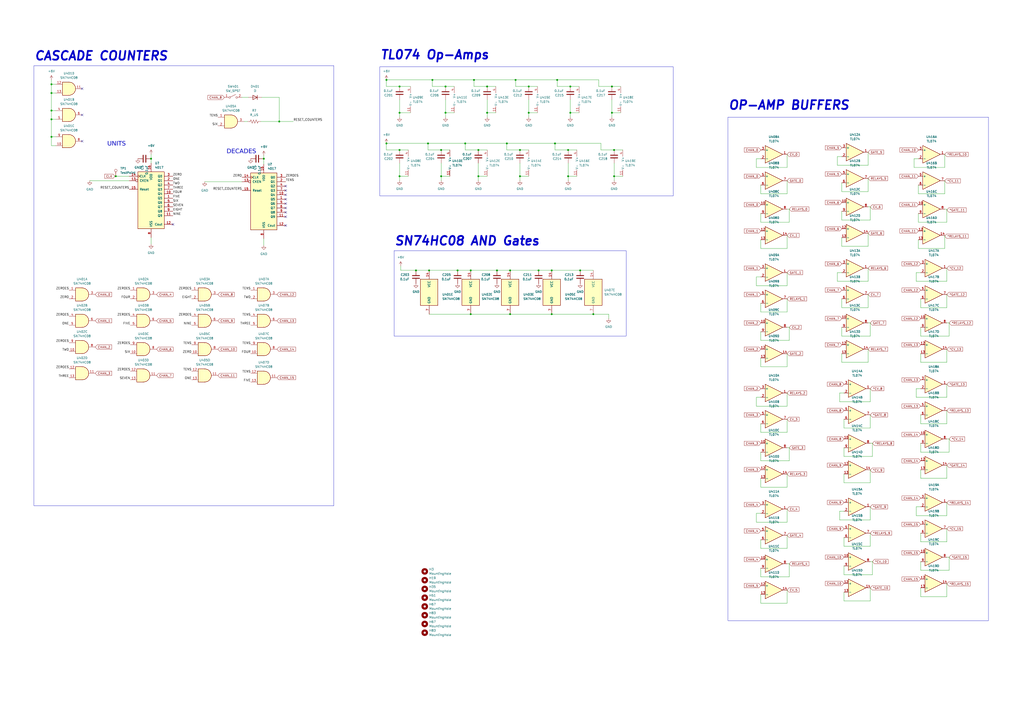
<source format=kicad_sch>
(kicad_sch (version 20230121) (generator eeschema)
  (paper "A2")
  (junction (at 231.775 102.235))
  (junction (at 224.155 46.355))
  (junction (at 356.235 102.235))
  (junction (at 29.845 48.895))
  (junction (at 306.705 50.165))
  (junction (at 323.215 46.355))
  (junction (at 354.965 50.165))
  (junction (at 258.445 50.165))
  (junction (at 231.775 65.405))
  (junction (at 273.05 156.845))
  (junction (at 329.565 86.995))
  (junction (at 250.825 46.355))
  (junction (at 301.625 86.995))
  (junction (at 295.91 182.245))
  (junction (at 336.55 156.845))
  (junction (at 330.835 65.405))
  (junction (at 282.575 65.405))
  (junction (at 265.43 156.845))
  (junction (at 321.945 83.185))
  (junction (at 248.92 156.845))
  (junction (at 320.04 156.845))
  (junction (at 241.3 156.845))
  (junction (at 354.965 65.405))
  (junction (at 269.875 83.185))
  (junction (at 294.005 83.185))
  (junction (at 224.155 83.185))
  (junction (at 29.845 69.215))
  (junction (at 29.845 53.975))
  (junction (at 258.445 65.3808))
  (junction (at 329.565 102.235))
  (junction (at 288.29 156.845))
  (junction (at 344.17 182.245))
  (junction (at 301.625 102.235))
  (junction (at 255.905 102.235))
  (junction (at 29.845 64.135))
  (junction (at 29.845 79.375))
  (junction (at 231.775 86.995))
  (junction (at 330.835 50.165))
  (junction (at 153.035 92.075))
  (junction (at 248.285 83.185))
  (junction (at 282.575 50.165))
  (junction (at 320.04 182.245))
  (junction (at 299.085 46.355))
  (junction (at 277.495 86.995))
  (junction (at 274.955 46.355))
  (junction (at 312.42 156.845))
  (junction (at 67.1725 102.235))
  (junction (at 161.9981 70.485))
  (junction (at 356.235 86.995))
  (junction (at 277.495 102.235))
  (junction (at 306.705 65.405))
  (junction (at 231.775 50.165))
  (junction (at 295.91 156.845))
  (junction (at 273.05 182.245))
  (junction (at 255.905 86.995))
  (junction (at 87.63 92.075))
  (no_connect (at 165.735 130.81))
  (no_connect (at 47.625 66.675))
  (no_connect (at 165.735 118.11))
  (no_connect (at 100.33 130.175))
  (no_connect (at 165.735 110.49))
  (no_connect (at 165.735 123.19))
  (no_connect (at 165.735 115.57))
  (no_connect (at 47.625 81.915))
  (no_connect (at 165.735 107.95))
  (no_connect (at 165.735 120.65))
  (no_connect (at 165.735 113.03))
  (no_connect (at 47.625 51.435))
  (no_connect (at 165.735 125.73))
  (wire (pts (xy 504.825 340.995) (xy 504.825 348.615)))
  (wire (pts (xy 457.835 267.335) (xy 441.325 267.335)))
  (wire (pts (xy 549.275 121.285) (xy 549.275 128.905)))
  (wire (pts (xy 282.575 57.785) (xy 282.575 65.405)))
  (wire (pts (xy 506.095 333.375) (xy 489.585 333.375)))
  (wire (pts (xy 531.495 158.115) (xy 534.035 158.115)))
  (wire (pts (xy 549.275 230.505) (xy 531.495 230.505)))
  (wire (pts (xy 456.565 112.395) (xy 441.325 112.395)))
  (wire (pts (xy 504.825 272.415) (xy 504.825 280.035)))
  (wire (pts (xy 329.565 86.995) (xy 334.645 86.995)))
  (wire (pts (xy 438.785 297.815) (xy 441.325 297.815)))
  (wire (pts (xy 141.605 70.485) (xy 143.6335 70.485)))
  (wire (pts (xy 487.045 233.045) (xy 487.045 227.965)))
  (wire (pts (xy 441.325 334.645) (xy 441.325 329.565)))
  (wire (pts (xy 456.565 259.715) (xy 457.835 259.715)))
  (wire (pts (xy 548.005 112.395) (xy 532.765 112.395)))
  (wire (pts (xy 438.785 160.655) (xy 441.325 160.655)))
  (wire (pts (xy 548.005 97.155) (xy 530.225 97.155)))
  (wire (pts (xy 288.29 156.845) (xy 295.91 156.845)))
  (wire (pts (xy 531.495 225.425) (xy 534.035 225.425)))
  (wire (pts (xy 306.705 50.165) (xy 311.785 50.165)))
  (wire (pts (xy 263.525 65.405) (xy 258.0415 65.405)))
  (wire (pts (xy 457.835 128.905) (xy 441.325 128.905)))
  (wire (pts (xy 503.555 88.265) (xy 503.555 95.885)))
  (wire (pts (xy 224.155 83.185) (xy 248.285 83.185)))
  (wire (pts (xy 356.235 94.615) (xy 356.235 102.235)))
  (wire (pts (xy 489.585 280.035) (xy 489.585 274.955)))
  (wire (pts (xy 503.555 111.125) (xy 488.315 111.125)))
  (wire (pts (xy 248.285 86.995) (xy 255.905 86.995)))
  (wire (pts (xy 354.965 50.165) (xy 360.045 50.165)))
  (wire (pts (xy 231.775 86.995) (xy 236.855 86.995)))
  (wire (pts (xy 534.035 309.245) (xy 534.035 314.325)))
  (wire (pts (xy 274.955 50.165) (xy 282.575 50.165)))
  (wire (pts (xy 456.565 104.775) (xy 456.565 112.395)))
  (wire (pts (xy 456.565 97.155) (xy 438.785 97.155)))
  (wire (pts (xy 549.275 178.435) (xy 534.035 178.435)))
  (wire (pts (xy 438.785 165.735) (xy 438.785 160.655)))
  (wire (pts (xy 503.555 170.815) (xy 503.555 178.435)))
  (wire (pts (xy 503.555 120.015) (xy 504.825 120.015)))
  (wire (pts (xy 323.215 46.355) (xy 323.215 50.165)))
  (wire (pts (xy 534.035 173.355) (xy 534.035 178.435)))
  (wire (pts (xy 456.565 212.725) (xy 441.325 212.725)))
  (wire (pts (xy 456.565 173.355) (xy 456.565 180.975)))
  (wire (pts (xy 489.585 348.615) (xy 489.585 343.535)))
  (wire (pts (xy 301.625 102.235) (xy 301.625 104.775)))
  (wire (pts (xy 29.845 53.975) (xy 29.845 48.895)))
  (wire (pts (xy 29.845 79.375) (xy 29.845 84.455)))
  (wire (pts (xy 441.325 245.745) (xy 441.325 250.825)))
  (wire (pts (xy 549.275 299.085) (xy 531.495 299.085)))
  (wire (pts (xy 534.035 210.185) (xy 534.035 205.105)))
  (wire (pts (xy 32.385 84.455) (xy 29.845 84.455)))
  (wire (pts (xy 273.05 182.245) (xy 248.92 182.245)))
  (wire (pts (xy 549.275 306.705) (xy 549.275 314.325)))
  (wire (pts (xy 248.92 156.845) (xy 265.43 156.845)))
  (wire (pts (xy 504.825 280.035) (xy 489.585 280.035)))
  (wire (pts (xy 320.04 156.845) (xy 336.55 156.845)))
  (wire (pts (xy 487.045 227.965) (xy 489.585 227.965)))
  (wire (pts (xy 456.565 165.735) (xy 438.785 165.735)))
  (wire (pts (xy 29.845 64.135) (xy 29.845 69.215)))
  (wire (pts (xy 277.495 86.995) (xy 282.575 86.995)))
  (wire (pts (xy 488.315 127.635) (xy 488.315 122.555)))
  (wire (pts (xy 456.565 205.105) (xy 456.565 212.725)))
  (wire (pts (xy 549.275 254.635) (xy 550.545 254.635)))
  (wire (pts (xy 457.835 259.715) (xy 457.835 267.335)))
  (wire (pts (xy 295.91 156.845) (xy 312.42 156.845)))
  (wire (pts (xy 277.495 102.235) (xy 282.575 102.235)))
  (wire (pts (xy 456.565 310.515) (xy 456.565 318.135)))
  (wire (pts (xy 29.845 48.895) (xy 32.385 48.895)))
  (wire (pts (xy 299.085 46.355) (xy 299.085 50.165)))
  (wire (pts (xy 503.555 178.435) (xy 488.315 178.435)))
  (wire (pts (xy 236.855 102.235) (xy 231.775 102.235)))
  (wire (pts (xy 549.275 245.745) (xy 534.035 245.745)))
  (wire (pts (xy 550.545 323.215) (xy 550.545 330.835)))
  (wire (pts (xy 321.945 83.185) (xy 321.945 86.995)))
  (wire (pts (xy 161.9981 56.515) (xy 161.9981 70.485)))
  (wire (pts (xy 534.035 277.495) (xy 534.035 272.415)))
  (wire (pts (xy 231.775 102.235) (xy 231.775 104.775)))
  (wire (pts (xy 504.825 240.665) (xy 504.825 248.285)))
  (wire (pts (xy 456.565 282.575) (xy 441.325 282.575)))
  (wire (pts (xy 548.005 136.525) (xy 548.005 144.145)))
  (wire (pts (xy 151.765 56.515) (xy 161.9981 56.515)))
  (wire (pts (xy 87.63 137.795) (xy 87.63 141.605)))
  (wire (pts (xy 32.385 79.375) (xy 29.845 79.375)))
  (wire (pts (xy 441.325 144.145) (xy 441.325 139.065)))
  (wire (pts (xy 457.835 197.485) (xy 441.325 197.485)))
  (wire (pts (xy 330.835 65.405) (xy 330.835 67.945)))
  (wire (pts (xy 550.545 254.635) (xy 550.545 262.255)))
  (wire (pts (xy 323.215 46.355) (xy 347.345 46.355)))
  (wire (pts (xy 548.005 104.775) (xy 548.005 112.395)))
  (wire (pts (xy 329.565 102.235) (xy 329.565 104.775)))
  (wire (pts (xy 550.545 194.945) (xy 534.035 194.945)))
  (wire (pts (xy 354.965 65.405) (xy 360.045 65.405)))
  (wire (pts (xy 29.845 53.975) (xy 29.845 64.135)))
  (wire (pts (xy 550.545 187.325) (xy 550.545 194.945)))
  (wire (pts (xy 457.835 334.645) (xy 441.325 334.645)))
  (wire (pts (xy 488.315 173.355) (xy 488.315 178.435)))
  (wire (pts (xy 504.825 309.245) (xy 504.825 316.865)))
  (wire (pts (xy 224.155 46.355) (xy 224.155 50.165)))
  (wire (pts (xy 549.275 202.565) (xy 549.275 210.185)))
  (wire (pts (xy 282.575 65.405) (xy 282.575 67.945)))
  (wire (pts (xy 485.775 95.885) (xy 485.775 90.805)))
  (wire (pts (xy 457.835 121.285) (xy 457.835 128.905)))
  (wire (pts (xy 438.785 97.155) (xy 438.785 92.075)))
  (wire (pts (xy 549.275 238.125) (xy 549.275 245.745)))
  (wire (pts (xy 258.445 57.785) (xy 258.445 65.3808)))
  (wire (pts (xy 548.005 89.535) (xy 548.005 97.155)))
  (wire (pts (xy 531.495 163.195) (xy 531.495 158.115)))
  (wire (pts (xy 153.035 92.075) (xy 153.035 95.25)))
  (wire (pts (xy 250.825 46.355) (xy 250.825 50.165)))
  (wire (pts (xy 441.325 267.335) (xy 441.325 262.255)))
  (wire (pts (xy 335.915 65.405) (xy 330.835 65.405)))
  (wire (pts (xy 532.765 144.145) (xy 532.765 139.065)))
  (wire (pts (xy 231.775 65.405) (xy 238.125 65.405)))
  (wire (pts (xy 67.1725 102.235) (xy 74.93 102.235)))
  (wire (pts (xy 549.275 291.465) (xy 549.275 299.085)))
  (wire (pts (xy 532.765 128.905) (xy 532.765 123.825)))
  (wire (pts (xy 456.565 342.265) (xy 456.565 349.885)))
  (wire (pts (xy 549.275 314.325) (xy 534.035 314.325)))
  (wire (pts (xy 438.785 302.895) (xy 438.785 297.815)))
  (wire (pts (xy 241.3 156.845) (xy 248.92 156.845)))
  (wire (pts (xy 269.875 86.995) (xy 277.495 86.995)))
  (wire (pts (xy 550.545 330.835) (xy 534.035 330.835)))
  (wire (pts (xy 258.445 50.165) (xy 263.525 50.165)))
  (wire (pts (xy 504.825 294.005) (xy 504.825 301.625)))
  (wire (pts (xy 269.875 83.185) (xy 294.005 83.185)))
  (wire (pts (xy 549.275 323.215) (xy 550.545 323.215)))
  (wire (pts (xy 348.615 86.995) (xy 356.235 86.995)))
  (wire (pts (xy 456.565 318.135) (xy 441.325 318.135)))
  (wire (pts (xy 118.745 105.41) (xy 140.335 105.41)))
  (wire (pts (xy 456.565 180.975) (xy 441.325 180.975)))
  (wire (pts (xy 441.325 175.895) (xy 441.325 180.975)))
  (wire (pts (xy 258.0415 65.405) (xy 258.0415 65.3808)))
  (wire (pts (xy 348.615 83.185) (xy 348.615 86.995)))
  (wire (pts (xy 548.005 144.145) (xy 532.765 144.145)))
  (wire (pts (xy 549.275 338.455) (xy 549.275 346.075)))
  (wire (pts (xy 531.495 294.005) (xy 534.035 294.005)))
  (wire (pts (xy 66.675 102.235) (xy 67.1725 102.235)))
  (wire (pts (xy 549.275 210.185) (xy 534.035 210.185)))
  (wire (pts (xy 274.955 46.355) (xy 274.955 50.165)))
  (wire (pts (xy 503.555 135.255) (xy 503.555 142.875)))
  (wire (pts (xy 273.05 156.845) (xy 288.29 156.845)))
  (wire (pts (xy 506.095 257.175) (xy 506.095 264.795)))
  (wire (pts (xy 506.095 264.795) (xy 489.585 264.795)))
  (wire (pts (xy 32.385 53.975) (xy 29.845 53.975)))
  (wire (pts (xy 457.835 189.865) (xy 457.835 197.485)))
  (wire (pts (xy 534.035 194.945) (xy 534.035 189.865)))
  (wire (pts (xy 255.905 94.615) (xy 255.905 102.235)))
  (wire (pts (xy 506.095 325.755) (xy 506.095 333.375)))
  (wire (pts (xy 531.495 230.505) (xy 531.495 225.425)))
  (wire (pts (xy 485.775 163.195) (xy 485.775 158.115)))
  (wire (pts (xy 344.17 182.245) (xy 320.04 182.245)))
  (wire (pts (xy 504.825 325.755) (xy 506.095 325.755)))
  (wire (pts (xy 548.005 121.285) (xy 549.275 121.285)))
  (wire (pts (xy 269.875 83.185) (xy 269.875 86.995)))
  (wire (pts (xy 231.775 50.165) (xy 238.125 50.165)))
  (wire (pts (xy 29.845 64.135) (xy 32.385 64.135)))
  (wire (pts (xy 294.005 83.185) (xy 294.005 86.995)))
  (wire (pts (xy 336.55 156.845) (xy 344.17 156.845)))
  (wire (pts (xy 485.775 158.115) (xy 488.315 158.115)))
  (wire (pts (xy 550.545 262.255) (xy 534.035 262.255)))
  (wire (pts (xy 231.775 57.785) (xy 231.775 65.405)))
  (wire (pts (xy 87.63 89.535) (xy 87.63 92.075)))
  (wire (pts (xy 530.225 92.075) (xy 532.765 92.075)))
  (wire (pts (xy 504.825 120.015) (xy 504.825 127.635)))
  (wire (pts (xy 306.705 65.405) (xy 306.705 57.785)))
  (wire (pts (xy 294.005 83.185) (xy 321.945 83.185)))
  (wire (pts (xy 489.585 333.375) (xy 489.585 328.295)))
  (wire (pts (xy 534.035 262.255) (xy 534.035 257.175)))
  (wire (pts (xy 441.325 349.885) (xy 441.325 344.805)))
  (wire (pts (xy 248.285 83.185) (xy 248.285 86.995)))
  (wire (pts (xy 438.785 235.585) (xy 438.785 230.505)))
  (wire (pts (xy 504.825 187.325) (xy 504.825 194.945)))
  (wire (pts (xy 503.555 95.885) (xy 485.775 95.885)))
  (wire (pts (xy 353.06 182.245) (xy 344.17 182.245)))
  (wire (pts (xy 504.825 316.865) (xy 489.585 316.865)))
  (wire (pts (xy 274.955 46.355) (xy 299.085 46.355)))
  (wire (pts (xy 232.41 154.305) (xy 232.41 156.845)))
  (wire (pts (xy 140.335 56.515) (xy 144.145 56.515)))
  (wire (pts (xy 504.825 194.945) (xy 488.315 194.945)))
  (wire (pts (xy 488.315 142.875) (xy 488.315 137.795)))
  (wire (pts (xy 489.585 311.785) (xy 489.585 316.865)))
  (wire (pts (xy 441.325 212.725) (xy 441.325 207.645)))
  (wire (pts (xy 489.585 243.205) (xy 489.585 248.285)))
  (wire (pts (xy 549.275 155.575) (xy 549.275 163.195)))
  (wire (pts (xy 456.565 243.205) (xy 456.565 250.825)))
  (wire (pts (xy 323.215 50.165) (xy 330.835 50.165)))
  (wire (pts (xy 231.775 65.405) (xy 231.775 67.945)))
  (wire (pts (xy 530.225 97.155) (xy 530.225 92.075)))
  (wire (pts (xy 224.155 83.185) (xy 224.155 86.995)))
  (wire (pts (xy 151.2535 70.485) (xy 161.9981 70.485)))
  (wire (pts (xy 347.345 46.355) (xy 347.345 50.165)))
  (wire (pts (xy 312.42 156.845) (xy 320.04 156.845)))
  (wire (pts (xy 532.765 107.315) (xy 532.765 112.395)))
  (wire (pts (xy 250.825 46.355) (xy 274.955 46.355)))
  (wire (pts (xy 456.565 250.825) (xy 441.325 250.825)))
  (wire (pts (xy 504.825 127.635) (xy 488.315 127.635)))
  (wire (pts (xy 258.445 65.3808) (xy 258.445 67.945)))
  (wire (pts (xy 282.575 65.405) (xy 287.655 65.405)))
  (wire (pts (xy 320.04 182.245) (xy 295.91 182.245)))
  (wire (pts (xy 294.005 86.995) (xy 301.625 86.995)))
  (wire (pts (xy 534.035 346.075) (xy 534.035 340.995)))
  (wire (pts (xy 231.775 94.615) (xy 231.775 102.235)))
  (wire (pts (xy 503.555 202.565) (xy 503.555 210.185)))
  (wire (pts (xy 265.43 156.845) (xy 273.05 156.845)))
  (wire (pts (xy 488.315 210.185) (xy 488.315 205.105)))
  (wire (pts (xy 306.705 65.405) (xy 306.705 67.945)))
  (wire (pts (xy 29.845 46.355) (xy 29.845 48.895)))
  (wire (pts (xy 549.275 346.075) (xy 534.035 346.075)))
  (wire (pts (xy 531.495 299.085) (xy 531.495 294.005)))
  (wire (pts (xy 356.235 86.995) (xy 361.315 86.995)))
  (wire (pts (xy 224.155 46.355) (xy 250.825 46.355)))
  (wire (pts (xy 438.785 230.505) (xy 441.325 230.505)))
  (wire (pts (xy 330.835 65.405) (xy 330.835 57.785)))
  (wire (pts (xy 29.845 69.215) (xy 32.385 69.215)))
  (wire (pts (xy 161.9981 70.485) (xy 170.18 70.485)))
  (wire (pts (xy 489.585 264.795) (xy 489.585 259.715)))
  (wire (pts (xy 441.325 197.485) (xy 441.325 192.405)))
  (wire (pts (xy 485.775 90.805) (xy 488.315 90.805)))
  (wire (pts (xy 504.825 257.175) (xy 506.095 257.175)))
  (wire (pts (xy 441.325 107.315) (xy 441.325 112.395)))
  (wire (pts (xy 441.325 313.055) (xy 441.325 318.135)))
  (wire (pts (xy 87.63 92.075) (xy 87.63 94.615)))
  (wire (pts (xy 549.275 128.905) (xy 532.765 128.905)))
  (wire (pts (xy 255.905 102.235) (xy 255.905 104.775)))
  (wire (pts (xy 153.035 138.43) (xy 153.035 142.24)))
  (wire (pts (xy 503.555 142.875) (xy 488.315 142.875)))
  (wire (pts (xy 487.045 296.545) (xy 489.585 296.545)))
  (wire (pts (xy 456.565 274.955) (xy 456.565 282.575)))
  (wire (pts (xy 277.495 102.235) (xy 277.495 104.775)))
  (wire (pts (xy 329.565 94.615) (xy 329.565 102.235)))
  (wire (pts (xy 224.155 86.995) (xy 231.775 86.995)))
  (wire (pts (xy 353.06 184.785) (xy 353.06 182.245)))
  (wire (pts (xy 504.825 233.045) (xy 487.045 233.045)))
  (wire (pts (xy 277.495 94.615) (xy 277.495 102.235)))
  (wire (pts (xy 441.325 282.575) (xy 441.325 277.495)))
  (wire (pts (xy 258.0415 65.3808) (xy 258.445 65.3808)))
  (wire (pts (xy 456.565 227.965) (xy 456.565 235.585)))
  (wire (pts (xy 330.835 50.165) (xy 335.915 50.165)))
  (wire (pts (xy 488.315 194.945) (xy 488.315 189.865)))
  (wire (pts (xy 52.07 104.775) (xy 74.93 104.775)))
  (wire (pts (xy 504.825 248.285) (xy 489.585 248.285)))
  (wire (pts (xy 321.945 83.185) (xy 348.615 83.185)))
  (wire (pts (xy 487.045 301.625) (xy 487.045 296.545)))
  (wire (pts (xy 549.275 222.885) (xy 549.275 230.505)))
  (wire (pts (xy 503.555 155.575) (xy 503.555 163.195)))
  (wire (pts (xy 503.555 187.325) (xy 504.825 187.325)))
  (wire (pts (xy 504.825 301.625) (xy 487.045 301.625)))
  (wire (pts (xy 295.91 182.245) (xy 273.05 182.245)))
  (wire (pts (xy 456.565 189.865) (xy 457.835 189.865)))
  (wire (pts (xy 456.565 158.115) (xy 456.565 165.735)))
  (wire (pts (xy 250.825 50.165) (xy 258.445 50.165)))
  (wire (pts (xy 456.565 327.025) (xy 457.835 327.025)))
  (wire (pts (xy 504.825 348.615) (xy 489.585 348.615)))
  (wire (pts (xy 549.275 163.195) (xy 531.495 163.195)))
  (wire (pts (xy 441.325 128.905) (xy 441.325 123.825)))
  (wire (pts (xy 503.555 163.195) (xy 485.775 163.195)))
  (wire (pts (xy 503.555 103.505) (xy 503.555 111.125)))
  (wire (pts (xy 456.565 235.585) (xy 438.785 235.585)))
  (wire (pts (xy 356.235 102.235) (xy 356.235 104.775)))
  (wire (pts (xy 456.565 144.145) (xy 441.325 144.145)))
  (wire (pts (xy 504.825 225.425) (xy 504.825 233.045)))
  (wire (pts (xy 456.565 89.535) (xy 456.565 97.155)))
  (wire (pts (xy 534.035 330.835) (xy 534.035 325.755)))
  (wire (pts (xy 29.845 69.215) (xy 29.845 79.375)))
  (wire (pts (xy 503.555 210.185) (xy 488.315 210.185)))
  (wire (pts (xy 299.085 50.165) (xy 306.705 50.165)))
  (wire (pts (xy 301.625 102.235) (xy 306.705 102.235)))
  (wire (pts (xy 549.275 277.495) (xy 534.035 277.495)))
  (wire (pts (xy 299.085 46.355) (xy 323.215 46.355)))
  (wire (pts (xy 153.035 90.17) (xy 153.035 92.075)))
  (wire (pts (xy 549.275 170.815) (xy 549.275 178.435)))
  (wire (pts (xy 282.575 50.165) (xy 287.655 50.165)))
  (wire (pts (xy 549.275 269.875) (xy 549.275 277.495)))
  (wire (pts (xy 248.285 83.185) (xy 269.875 83.185)))
  (wire (pts (xy 456.565 295.275) (xy 456.565 302.895)))
  (wire (pts (xy 255.905 86.995) (xy 260.985 86.995)))
  (wire (pts (xy 224.155 50.165) (xy 231.775 50.165)))
  (wire (pts (xy 354.965 57.785) (xy 354.965 65.405)))
  (wire (pts (xy 321.945 86.995) (xy 329.565 86.995)))
  (wire (pts (xy 311.785 65.405) (xy 306.705 65.405)))
  (wire (pts (xy 356.235 102.235) (xy 361.315 102.235)))
  (wire (pts (xy 329.565 102.235) (xy 334.645 102.235)))
  (wire (pts (xy 232.41 156.845) (xy 241.3 156.845)))
  (wire (pts (xy 488.315 106.045) (xy 488.315 111.125)))
  (wire (pts (xy 457.835 327.025) (xy 457.835 334.645)))
  (wire (pts (xy 456.565 302.895) (xy 438.785 302.895)))
  (wire (pts (xy 456.565 349.885) (xy 441.325 349.885)))
  (wire (pts (xy 301.625 86.995) (xy 306.705 86.995)))
  (wire (pts (xy 456.565 136.525) (xy 456.565 144.145)))
  (wire (pts (xy 255.905 102.235) (xy 260.985 102.235)))
  (wire (pts (xy 354.965 65.405) (xy 354.965 67.945)))
  (wire (pts (xy 456.565 121.285) (xy 457.835 121.285)))
  (wire (pts (xy 347.345 50.165) (xy 354.965 50.165)))
  (wire (pts (xy 534.035 240.665) (xy 534.035 245.745)))
  (wire (pts (xy 549.275 187.325) (xy 550.545 187.325)))
  (wire (pts (xy 301.625 94.615) (xy 301.625 102.235)))
  (wire (pts (xy 438.785 92.075) (xy 441.325 92.075)))
  (rectangle (start 19.685 38.1) (end 193.675 293.37))
  (rectangle (start 220.345 38.735) (end 390.525 113.665))
  (rectangle (start 228.6 145.415) (end 363.22 194.945))
  (rectangle (start 422.275 67.945) (end 573.405 360.045))
  (text "OP-AMP BUFFERS" (at 422.275 64.135 0) (effects (font (size 5.08 5.08) (thickness 1.016) bold italic) (justify left bottom)))
  (text "UNITS" (at 62.23 85.725 0) (effects (font (size 2.54 2.54)) (justify left bottom)))
  (text "DECADES" (at 131.445 90.17 0) (effects (font (size 2.54 2.54)) (justify left bottom)))
  (text "CASCADE COUNTERS" (at 19.685 35.56 0) (effects (font (size 5.08 5.08) (thickness 1.016) bold italic) (justify left bottom)))
  (text "SN74HC08 AND Gates" (at 228.6 142.875 0) (effects (font (size 5.08 5.08) (thickness 1.016) bold italic) (justify left bottom)))
  (text "TL074 Op-Amps" (at 220.345 34.925 0) (effects (font (size 5.08 5.08) (thickness 1.016) bold italic) (justify left bottom)))
  (label "ZEROES" (at 75.565 168.275 180))
  (label "THREE" (at 40.005 219.075 180))
  (label "FOUR" (at 145.415 205.105 180))
  (label "ZERO" (at 111.125 205.105 180))
  (label "NINE" (at 100.33 125.095 0))
  (label "ZEROES" (at 75.565 215.265 180))
  (label "TWO" (at 100.33 107.315 0))
  (label "SEVEN" (at 100.33 120.015 0))
  (label "FOUR" (at 75.565 173.355 180))
  (label "SEVEN" (at 75.565 220.345 180))
  (label "ZERO" (at 40.005 173.355 180))
  (label "TWO" (at 40.005 203.835 180))
  (label "TENS" (at 126.365 67.945 180))
  (label "FOUR" (at 100.33 112.395 0))
  (label "ONE" (at 111.125 220.345 180))
  (label "TENS" (at 111.125 215.265 180))
  (label "ZEROES" (at 40.005 198.755 180))
  (label "ZEROES" (at 40.005 213.995 180))
  (label "ZERO" (at 140.335 102.87 180))
  (label "FIVE" (at 145.415 221.615 180))
  (label "ZEROES" (at 165.735 102.87 0))
  (label "RESET_COUNTERS" (at 74.93 109.855 180))
  (label "RESET_COUNTERS" (at 170.18 70.485 0))
  (label "ONE" (at 40.005 188.595 180))
  (label "TENS" (at 145.415 216.535 180))
  (label "TWO" (at 145.415 173.355 180))
  (label "TENS" (at 111.125 200.025 180))
  (label "TENS" (at 145.415 168.275 180))
  (label "TENS" (at 145.415 200.025 180))
  (label "ZEROES" (at 40.005 168.275 180))
  (label "ZERO" (at 100.33 102.235 0))
  (label "NINE" (at 111.125 188.595 180))
  (label "ZEROES" (at 75.565 200.025 180))
  (label "ZEROES" (at 111.125 183.515 180))
  (label "SIX" (at 126.365 73.025 180))
  (label "THREE" (at 145.415 188.595 180))
  (label "EIGHT" (at 111.125 173.355 180))
  (label "FIVE" (at 75.565 188.595 180))
  (label "RESET_COUNTERS" (at 140.335 110.49 180))
  (label "TENS" (at 165.735 105.41 0))
  (label "ZEROES" (at 40.005 183.515 180))
  (label "ZEROES" (at 111.125 168.275 180))
  (label "ONE" (at 100.33 104.775 0))
  (label "SIX" (at 100.33 117.475 0))
  (label "EIGHT" (at 100.33 122.555 0))
  (label "ZEROES" (at 75.565 183.515 180))
  (label "SIX" (at 75.565 205.105 180))
  (label "THREE" (at 100.33 109.855 0))
  (label "FIVE" (at 100.33 114.935 0))
  (label "TENS" (at 145.415 183.515 180))
  (global_label "*CV_8" (shape input) (at 504.825 225.425 0) (property "Intersheetrefs" "${INTERSHEET_REFS}" (effects hide)))
  (global_label "GATE_1" (shape input) (at 456.565 158.115 0) (property "Intersheetrefs" "${INTERSHEET_REFS}" (effects hide)))
  (global_label "*CV_15" (shape input) (at 549.275 306.705 0) (property "Intersheetrefs" "${INTERSHEET_REFS}" (effects hide)))
  (global_label "RELAYS_2" (shape input) (at 456.565 227.965 0) (property "Intersheetrefs" "${INTERSHEET_REFS}" (effects hide)))
  (global_label "*CV_14" (shape input) (at 550.545 254.635 0) (property "Intersheetrefs" "${INTERSHEET_REFS}" (effects hide)))
  (global_label "CHAN_2" (shape input) (at 441.325 202.565 180) (property "Intersheetrefs" "${INTERSHEET_REFS}" (effects hide)))
  (global_label "CHAN_12" (shape input) (at 160.655 170.815 0) (property "Intersheetrefs" "${INTERSHEET_REFS}" (effects hide)))
  (global_label "CHAN_6" (shape input) (at 488.315 117.475 180) (property "Intersheetrefs" "${INTERSHEET_REFS}" (effects hide)))
  (global_label "CHAN_10" (shape input) (at 489.585 338.455 180) (property "Intersheetrefs" "${INTERSHEET_REFS}" (effects hide)))
  (global_label "CV_5" (shape input) (at 456.565 342.265 0) (property "Intersheetrefs" "${INTERSHEET_REFS}" (effects hide)))
  (global_label "*GATE_15" (shape input) (at 550.545 323.215 0) (property "Intersheetrefs" "${INTERSHEET_REFS}" (effects hide)))
  (global_label "CLK" (shape input) (at 66.675 102.235 180) (property "Intersheetrefs" "${INTERSHEET_REFS}" (effects hide)))
  (global_label "RELAYS_3" (shape input) (at 456.565 274.955 0) (property "Intersheetrefs" "${INTERSHEET_REFS}" (effects hide)))
  (global_label "*GATE_10" (shape input) (at 504.825 340.995 0) (property "Intersheetrefs" "${INTERSHEET_REFS}" (effects hide)))
  (global_label "RELAYS_0" (shape input) (at 457.835 121.285 0) (property "Intersheetrefs" "${INTERSHEET_REFS}" (effects hide)))
  (global_label "RELAYS_7" (shape input) (at 503.555 202.565 0) (property "Intersheetrefs" "${INTERSHEET_REFS}" (effects hide)))
  (global_label "CHAN_13" (shape input) (at 534.035 235.585 180) (property "Intersheetrefs" "${INTERSHEET_REFS}" (effects hide)))
  (global_label "CHAN_11" (shape input) (at 532.765 133.985 180) (property "Intersheetrefs" "${INTERSHEET_REFS}" (effects hide)))
  (global_label "*RELAYS_12" (shape input) (at 550.545 187.325 0) (property "Intersheetrefs" "${INTERSHEET_REFS}" (effects hide)))
  (global_label "*RELAYS_11" (shape input) (at 548.005 137.0138 0) (property "Intersheetrefs" "${INTERSHEET_REFS}" (effects hide)))
  (global_label "*RELAYS_14" (shape input) (at 549.275 291.6256 0) (property "Intersheetrefs" "${INTERSHEET_REFS}" (effects hide)))
  (global_label "GATE_3" (shape input) (at 457.835 259.715 0) (property "Intersheetrefs" "${INTERSHEET_REFS}" (effects hide)))
  (global_label "RELAYS_4" (shape input) (at 457.835 327.025 0) (property "Intersheetrefs" "${INTERSHEET_REFS}" (effects hide)))
  (global_label "CHAN_12" (shape input) (at 534.035 184.785 180) (property "Intersheetrefs" "${INTERSHEET_REFS}" (effects hide)))
  (global_label "RELAYS_5" (shape input) (at 503.555 103.505 0) (property "Intersheetrefs" "${INTERSHEET_REFS}" (effects hide)))
  (global_label "CHAN_9" (shape input) (at 489.585 269.875 180) (property "Intersheetrefs" "${INTERSHEET_REFS}" (effects hide)))
  (global_label "CHAN_7" (shape input) (at 488.315 168.275 180) (property "Intersheetrefs" "${INTERSHEET_REFS}" (effects hide)))
  (global_label "*CV_12" (shape input) (at 549.275 155.575 0) (property "Intersheetrefs" "${INTERSHEET_REFS}" (effects hide)))
  (global_label "CHAN_1" (shape input) (at 441.325 133.985 180) (property "Intersheetrefs" "${INTERSHEET_REFS}" (effects hide)))
  (global_label "*RELAYS_9" (shape input) (at 504.825 309.245 0) (property "Intersheetrefs" "${INTERSHEET_REFS}" (effects hide)))
  (global_label "CHAN_4" (shape input) (at 441.325 324.485 180) (property "Intersheetrefs" "${INTERSHEET_REFS}" (effects hide)))
  (global_label "CHAN_14" (shape input) (at 534.035 252.095 180) (property "Intersheetrefs" "${INTERSHEET_REFS}" (effects hide)))
  (global_label "CHAN_11" (shape input) (at 532.765 118.745 180) (property "Intersheetrefs" "${INTERSHEET_REFS}" (effects hide)))
  (global_label "CHAN_5" (shape input) (at 488.315 85.725 180) (property "Intersheetrefs" "${INTERSHEET_REFS}" (effects hide)))
  (global_label "*GATE_11" (shape input) (at 549.275 121.8163 0) (property "Intersheetrefs" "${INTERSHEET_REFS}" (effects hide)))
  (global_label "CV_7" (shape input) (at 503.555 170.815 0) (property "Intersheetrefs" "${INTERSHEET_REFS}" (effects hide)))
  (global_label "CHAN_15" (shape input) (at 160.655 219.075 0) (property "Intersheetrefs" "${INTERSHEET_REFS}" (effects hide)))
  (global_label "CHAN_9" (shape input) (at 489.585 306.705 180) (property "Intersheetrefs" "${INTERSHEET_REFS}" (effects hide)))
  (global_label "CV_0" (shape input) (at 456.565 89.535 0) (property "Intersheetrefs" "${INTERSHEET_REFS}" (effects hide)))
  (global_label "CHAN_10" (shape input) (at 126.365 202.565 0) (property "Intersheetrefs" "${INTERSHEET_REFS}" (effects hide)))
  (global_label "CHAN_6" (shape input) (at 488.315 153.035 180) (property "Intersheetrefs" "${INTERSHEET_REFS}" (effects hide)))
  (global_label "CHAN_7" (shape input) (at 488.315 184.785 180) (property "Intersheetrefs" "${INTERSHEET_REFS}" (effects hide)))
  (global_label "CHAN_0" (shape input) (at 55.245 170.815 0) (property "Intersheetrefs" "${INTERSHEET_REFS}" (effects hide)))
  (global_label "*CV_13" (shape input) (at 549.275 202.565 0) (property "Intersheetrefs" "${INTERSHEET_REFS}" (effects hide)))
  (global_label "*RELAYS_15" (shape input) (at 549.275 338.6962 0) (property "Intersheetrefs" "${INTERSHEET_REFS}" (effects hide)))
  (global_label "CV_4" (shape input) (at 456.565 295.275 0) (property "Intersheetrefs" "${INTERSHEET_REFS}" (effects hide)))
  (global_label "*GATE_14" (shape input) (at 549.275 269.9263 0) (property "Intersheetrefs" "${INTERSHEET_REFS}" (effects hide)))
  (global_label "RELAYS_6" (shape input) (at 503.555 155.575 0) (property "Intersheetrefs" "${INTERSHEET_REFS}" (effects hide)))
  (global_label "*GATE_12" (shape input) (at 549.275 170.815 0) (property "Intersheetrefs" "${INTERSHEET_REFS}" (effects hide)))
  (global_label "CHAN_2" (shape input) (at 441.325 187.325 180) (property "Intersheetrefs" "${INTERSHEET_REFS}" (effects hide)))
  (global_label "CHAN_15" (shape input) (at 534.035 335.915 180) (property "Intersheetrefs" "${INTERSHEET_REFS}" (effects hide)))
  (global_label "CHAN_14" (shape input) (at 160.655 202.565 0) (property "Intersheetrefs" "${INTERSHEET_REFS}" (effects hide)))
  (global_label "CHAN_7" (shape input) (at 90.805 217.805 0) (property "Intersheetrefs" "${INTERSHEET_REFS}" (effects hide)))
  (global_label "CHAN_4" (shape input) (at 441.325 307.975 180) (property "Intersheetrefs" "${INTERSHEET_REFS}" (effects hide)))
  (global_label "CHAN_15" (shape input) (at 534.035 304.165 180) (property "Intersheetrefs" "${INTERSHEET_REFS}" (effects hide)))
  (global_label "CHAN_3" (shape input) (at 55.245 216.535 0) (property "Intersheetrefs" "${INTERSHEET_REFS}" (effects hide)))
  (global_label "CV_2" (shape input) (at 457.835 189.865 0) (property "Intersheetrefs" "${INTERSHEET_REFS}" (effects hide)))
  (global_label "CHAN_1" (shape input) (at 441.325 170.815 180) (property "Intersheetrefs" "${INTERSHEET_REFS}" (effects hide)))
  (global_label "CHAN_8" (shape input) (at 126.365 170.815 0) (property "Intersheetrefs" "${INTERSHEET_REFS}" (effects hide)))
  (global_label "*GATE_9" (shape input) (at 504.825 294.005 0) (property "Intersheetrefs" "${INTERSHEET_REFS}" (effects hide)))
  (global_label "CHAN_7" (shape input) (at 488.315 200.025 180) (property "Intersheetrefs" "${INTERSHEET_REFS}" (effects hide)))
  (global_label "CHAN_2" (shape input) (at 55.245 201.295 0) (property "Intersheetrefs" "${INTERSHEET_REFS}" (effects hide)))
  (global_label "*CV_9" (shape input) (at 504.825 272.7424 0) (property "Intersheetrefs" "${INTERSHEET_REFS}" (effects hide)))
  (global_label "CHAN_9" (shape input) (at 126.365 186.055 0) (property "Intersheetrefs" "${INTERSHEET_REFS}" (effects hide)))
  (global_label "CHAN_0" (shape input) (at 441.325 118.745 180) (property "Intersheetrefs" "${INTERSHEET_REFS}" (effects hide)))
  (global_label "CHAN_14" (shape input) (at 534.035 288.925 180) (property "Intersheetrefs" "${INTERSHEET_REFS}" (effects hide)))
  (global_label "CHAN_0" (shape input) (at 441.325 86.995 180) (property "Intersheetrefs" "${INTERSHEET_REFS}" (effects hide)))
  (global_label "CHAN_2" (shape input) (at 441.325 225.425 180) (property "Intersheetrefs" "${INTERSHEET_REFS}" (effects hide)))
  (global_label "CHAN_10" (shape input) (at 532.765 86.995 180) (property "Intersheetrefs" "${INTERSHEET_REFS}" (effects hide)))
  (global_label "*CV_10" (shape input) (at 506.095 325.755 0) (property "Intersheetrefs" "${INTERSHEET_REFS}" (effects hide)))
  (global_label "CHAN_11" (shape input) (at 126.365 217.805 0) (property "Intersheetrefs" "${INTERSHEET_REFS}" (effects hide)))
  (global_label "CHAN_14" (shape input) (at 534.035 267.335 180) (property "Intersheetrefs" "${INTERSHEET_REFS}" (effects hide)))
  (global_label "GATE_2" (shape input) (at 456.565 205.105 0) (property "Intersheetrefs" "${INTERSHEET_REFS}" (effects hide)))
  (global_label "CHAN_0" (shape input) (at 441.325 102.235 180) (property "Intersheetrefs" "${INTERSHEET_REFS}" (effects hide)))
  (global_label "GATE_0" (shape input) (at 456.565 104.775 0) (property "Intersheetrefs" "${INTERSHEET_REFS}" (effects hide)))
  (global_label "CHAN_8" (shape input) (at 489.585 254.635 180) (property "Intersheetrefs" "${INTERSHEET_REFS}" (effects hide)))
  (global_label "CHAN_8" (shape input) (at 489.585 238.125 180) (property "Intersheetrefs" "${INTERSHEET_REFS}" (effects hide)))
  (global_label "CHAN_15" (shape input) (at 534.035 320.675 180) (property "Intersheetrefs" "${INTERSHEET_REFS}" (effects hide)))
  (global_label "*RELAYS_10" (shape input) (at 548.005 89.535 0) (property "Intersheetrefs" "${INTERSHEET_REFS}" (effects hide)))
  (global_label "CHAN_3" (shape input) (at 441.325 240.665 180) (property "Intersheetrefs" "${INTERSHEET_REFS}" (effects hide)))
  (global_label "CHAN_5" (shape input) (at 90.805 186.055 0) (property "Intersheetrefs" "${INTERSHEET_REFS}" (effects hide)))
  (global_label "CHAN_1" (shape input) (at 55.245 186.055 0) (property "Intersheetrefs" "${INTERSHEET_REFS}" (effects hide)))
  (global_label "GATE_4" (shape input) (at 456.565 310.515 0) (property "Intersheetrefs" "${INTERSHEET_REFS}" (effects hide)))
  (global_label "*RELAYS_13" (shape input) (at 549.275 238.125 0) (property "Intersheetrefs" "${INTERSHEET_REFS}" (effects hide)))
  (global_label "CHAN_11" (shape input) (at 532.765 102.235 180) (property "Intersheetrefs" "${INTERSHEET_REFS}" (effects hide)))
  (global_label "CV_6" (shape input) (at 504.825 120.015 0) (property "Intersheetrefs" "${INTERSHEET_REFS}" (effects hide)))
  (global_label "GATE_5" (shape input) (at 503.555 88.265 0) (property "Intersheetrefs" "${INTERSHEET_REFS}" (effects hide)))
  (global_label "CHAN_3" (shape input) (at 441.325 272.415 180) (property "Intersheetrefs" "${INTERSHEET_REFS}" (effects hide)))
  (global_label "CHAN_4" (shape input) (at 441.325 292.735 180) (property "Intersheetrefs" "${INTERSHEET_REFS}" (effects hide)))
  (global_label "CHAN_3" (shape input) (at 441.325 257.175 180) (property "Intersheetrefs" "${INTERSHEET_REFS}" (effects hide)))
  (global_label "CHAN_5" (shape input) (at 488.315 100.965 180) (property "Intersheetrefs" "${INTERSHEET_REFS}" (effects hide)))
  (global_label "CHAN_6" (shape input) (at 488.315 132.715 180) (property "Intersheetrefs" "${INTERSHEET_REFS}" (effects hide)))
  (global_label "CHAN_13" (shape input) (at 160.655 186.055 0) (property "Intersheetrefs" "${INTERSHEET_REFS}" (effects hide)))
  (global_label "*RELAYS_8" (shape input) (at 506.095 257.175 0) (property "Intersheetrefs" "${INTERSHEET_REFS}" (effects hide)))
  (global_label "*GATE_13" (shape input) (at 549.275 222.9083 0) (property "Intersheetrefs" "${INTERSHEET_REFS}" (effects hide)))
  (global_label "CHAN_5" (shape input) (at 441.325 339.725 180) (property "Intersheetrefs" "${INTERSHEET_REFS}" (effects hide)))
  (global_label "CV_3" (shape input) (at 456.565 243.205 0) (property "Intersheetrefs" "${INTERSHEET_REFS}" (effects hide)))
  (global_label "*GATE_8" (shape input) (at 504.825 240.665 0) (property "Intersheetrefs" "${INTERSHEET_REFS}" (effects hide)))
  (global_label "CHAN_13" (shape input) (at 534.035 200.025 180) (property "Intersheetrefs" "${INTERSHEET_REFS}" (effects hide)))
  (global_label "CHAN_12" (shape input) (at 534.035 153.035 180) (property "Intersheetrefs" "${INTERSHEET_REFS}" (effects hide)))
  (global_label "CV_1" (shape input) (at 456.565 136.525 0) (property "Intersheetrefs" "${INTERSHEET_REFS}" (effects hide)))
  (global_label "CHAN_9" (shape input) (at 489.585 291.465 180) (property "Intersheetrefs" "${INTERSHEET_REFS}" (effects hide)))
  (global_label "RELAYS_1" (shape input) (at 456.565 173.355 0) (property "Intersheetrefs" "${INTERSHEET_REFS}" (effects hide)))
  (global_label "GATE_6" (shape input) (at 503.555 135.255 0) (property "Intersheetrefs" "${INTERSHEET_REFS}" (effects hide)))
  (global_label "CHAN_8" (shape input) (at 489.585 222.885 180) (property "Intersheetrefs" "${INTERSHEET_REFS}" (effects hide)))
  (global_label "CHAN_8" (shape input) (at 130.175 56.515 180) (property "Intersheetrefs" "${INTERSHEET_REFS}" (effects hide)))
  (global_label "CHAN_4" (shape input) (at 90.805 170.815 0) (property "Intersheetrefs" "${INTERSHEET_REFS}" (effects hide)))
  (global_label "CHAN_13" (shape input) (at 534.035 220.345 180) (property "Intersheetrefs" "${INTERSHEET_REFS}" (effects hide)))
  (global_label "CHAN_12" (shape input) (at 534.035 168.275 180) (property "Intersheetrefs" "${INTERSHEET_REFS}" (effects hide)))
  (global_label "CHAN_6" (shape input) (at 90.805 202.565 0) (property "Intersheetrefs" "${INTERSHEET_REFS}" (effects hide)))
  (global_label "CHAN_1" (shape input) (at 441.325 155.575 180) (property "Intersheetrefs" "${INTERSHEET_REFS}" (effects hide)))
  (global_label "GATE_7" (shape input) (at 504.825 187.325 0) (property "Intersheetrefs" "${INTERSHEET_REFS}" (effects hide)))
  (global_label "*CV_11" (shape input) (at 548.005 104.9125 0) (property "Intersheetrefs" "${INTERSHEET_REFS}" (effects hide)))
  (global_label "CHAN_10" (shape input) (at 489.585 323.215 180) (property "Intersheetrefs" "${INTERSHEET_REFS}" (effects hide)))
  (symbol (lib_id "Amplifier_Operational:TL074") (at 541.655 306.705 0) (unit 2)
    (property "Reference" "U419" (at 541.655 296.545 0))
    (property "Value" "TL074" (at 541.655 299.085 0))
    (property "Footprint" "Package_SO:SOIC-14_3.9x8.7mm_P1.27mm" (effects hide))
    (property "Datasheet" "http://www.ti.com/lit/ds/symlink/tl071.pdf" (effects hide))
    (property "Digi-Key_PN" "296-14999-2-ND" (effects hide))
  )
  (symbol (lib_id "Private Parts:SN74HC08") (at 153.035 219.075 0) (unit 4)
    (property "Reference" "U407" (at 153.0267 210.185 0))
    (property "Value" "SN74HC08" (at 153.0267 212.725 0))
    (property "Footprint" "Package_SO:SOIC-14_3.9x8.7mm_P1.27mm" (effects hide))
    (property "Datasheet" "https://www.ti.com/lit/ds/symlink/sn74hc08.pdf?HQS=dis-dk-null-digikeymode-dsf-pf-null-wwe&ts=1699198420385&ref_url=https%253A%252F%252Fwww.ti.com%252Fgeneral%252Fdocs%252Fsuppproductinfo.tsp%253FdistId%253D10%2526gotoUrl%253Dhttps%253A%252F%252Fwww.ti.com%252Flit%252Fgpn%252Fsn74hc08" (effects hide))
    (property "Digi-Key_PN" "296-46197-2-ND" (effects hide))
  )
  (symbol (lib_id "power:+6V") (at 224.155 83.185 0) (unit 1)
    (property "Reference" "#PWR0203" (effects hide))
    (property "Value" "+6V" (at 224.155 78.105 0))
    (instances (project "JL" (path "" (reference "#PWR0203") (unit 1)) (path "" (reference "#PWR0411") (unit 1))))
  )
  (symbol (lib_id "Device:C") (at 301.625 90.805 180) (unit 1)
    (property "Reference" "C210" (at 297.815 92.075 0) (effects (justify left)))
    (property "Value" "0.1uF" (at 297.815 89.535 0) (effects (justify left)))
    (property "Footprint" "Capacitor_SMD:C_0402_1005Metric" (effects hide))
    (property "Digi-Key_PN" "1276-1043-2-ND" (effects hide))
    (instances (project "JL" (path "" (reference "C210") (unit 1)) (path "" (reference "C412") (unit 1))))
  )
  (symbol (lib_id "Device:C") (at 312.42 160.655 0) (mirror y) (unit 1)
    (property "Reference" "C211" (at 308.61 159.385 0) (effects (justify left)))
    (property "Value" "0.1uF" (at 308.61 161.925 0) (effects (justify left)))
    (property "Footprint" "Capacitor_SMD:C_0402_1005Metric" (effects hide))
    (property "Digi-Key_PN" "1276-1043-2-ND" (effects hide))
    (instances (project "JL" (path "" (reference "C211") (unit 1)) (path "" (reference "C414") (unit 1))))
  )
  (symbol (lib_id "Amplifier_Operational:TL074") (at 448.945 310.515 0) (unit 2)
    (property "Reference" "U411" (at 448.945 300.355 0))
    (property "Value" "TL074" (at 448.945 302.895 0))
    (property "Footprint" "Package_SO:SOIC-14_3.9x8.7mm_P1.27mm" (effects hide))
    (property "Datasheet" "http://www.ti.com/lit/ds/symlink/tl071.pdf" (effects hide))
    (property "Digi-Key_PN" "296-14999-2-ND" (effects hide))
  )
  (symbol (lib_id "Amplifier_Operational:TL074") (at 541.655 338.455 0) (unit 4)
    (property "Reference" "U419" (at 541.655 328.295 0))
    (property "Value" "TL074" (at 541.655 330.835 0))
    (property "Footprint" "Package_SO:SOIC-14_3.9x8.7mm_P1.27mm" (effects hide))
    (property "Datasheet" "http://www.ti.com/lit/ds/symlink/tl071.pdf" (effects hide))
    (property "Digi-Key_PN" "296-14999-2-ND" (effects hide))
  )
  (symbol (lib_id "Amplifier_Operational:TL074") (at 541.655 238.125 0) (unit 2)
    (property "Reference" "U418" (at 541.655 227.965 0))
    (property "Value" "TL074" (at 541.655 230.505 0))
    (property "Footprint" "Package_SO:SOIC-14_3.9x8.7mm_P1.27mm" (effects hide))
    (property "Datasheet" "http://www.ti.com/lit/ds/symlink/tl071.pdf" (effects hide))
    (property "Digi-Key_PN" "296-14999-2-ND" (effects hide))
  )
  (symbol (lib_id "Mechanical:MountingHole") (at 246.38 336.55 0) (unit 1)
    (property "Reference" "H19" (at 248.92 335.28 0) (effects (justify left)))
    (property "Value" "MountingHole" (at 248.92 337.82 0) (effects (justify left)))
    (property "Footprint" "MountingHole:MountingHole_3.2mm_M3_Pad_Via" (effects hide))
    (instances (project "JL" (path "" (reference "H19") (unit 1)) (path "" (reference "H402") (unit 1))))
  )
  (symbol (lib_id "power:GND") (at 306.705 67.945 0) (unit 1)
    (property "Reference" "#PWR0217" (effects hide))
    (property "Value" "GND" (at 306.705 72.7202 0))
    (instances (project "JL" (path "" (reference "#PWR0217") (unit 1)) (path "" (reference "#PWR0423") (unit 1))))
  )
  (symbol (lib_id "power:GND") (at 231.775 67.945 0) (unit 1)
    (property "Reference" "#PWR0204" (effects hide))
    (property "Value" "GND" (at 231.775 72.7202 0))
    (instances (project "JL" (path "" (reference "#PWR0204") (unit 1)) (path "" (reference "#PWR0412") (unit 1))))
  )
  (symbol (lib_id "power:GND") (at 258.445 67.945 0) (unit 1)
    (property "Reference" "#PWR0209" (effects hide))
    (property "Value" "GND" (at 258.445 72.7202 0))
    (instances (project "JL" (path "" (reference "#PWR0209") (unit 1)) (path "" (reference "#PWR0417") (unit 1))))
  )
  (symbol (lib_id "Amplifier_Operational:TL074") (at 541.655 291.465 0) (unit 1)
    (property "Reference" "U419" (at 541.655 281.305 0))
    (property "Value" "TL074" (at 541.655 283.845 0))
    (property "Footprint" "Package_SO:SOIC-14_3.9x8.7mm_P1.27mm" (effects hide))
    (property "Datasheet" "http://www.ti.com/lit/ds/symlink/tl071.pdf" (effects hide))
    (property "Digi-Key_PN" "296-14999-2-ND" (effects hide))
  )
  (symbol (lib_id "Amplifier_Operational:TL074") (at 495.935 170.815 0) (unit 2)
    (property "Reference" "U413" (at 495.935 160.655 0))
    (property "Value" "TL074" (at 495.935 163.195 0))
    (property "Footprint" "Package_SO:SOIC-14_3.9x8.7mm_P1.27mm" (effects hide))
    (property "Datasheet" "http://www.ti.com/lit/ds/symlink/tl071.pdf" (effects hide))
    (property "Digi-Key_PN" "296-14999-2-ND" (effects hide))
  )
  (symbol (lib_id "Private Parts:SN74HC08") (at 83.185 170.815 0) (unit 1)
    (property "Reference" "U402" (at 83.1767 161.925 0))
    (property "Value" "SN74HC08" (at 83.1767 164.465 0))
    (property "Footprint" "Package_SO:SOIC-14_3.9x8.7mm_P1.27mm" (effects hide))
    (property "Datasheet" "https://www.ti.com/lit/ds/symlink/sn74hc08.pdf?HQS=dis-dk-null-digikeymode-dsf-pf-null-wwe&ts=1699198420385&ref_url=https%253A%252F%252Fwww.ti.com%252Fgeneral%252Fdocs%252Fsuppproductinfo.tsp%253FdistId%253D10%2526gotoUrl%253Dhttps%253A%252F%252Fwww.ti.com%252Flit%252Fgpn%252Fsn74hc08" (effects hide))
    (property "Digi-Key_PN" "296-46197-2-ND" (effects hide))
  )
  (symbol (lib_id "power:GND") (at 277.495 104.775 0) (unit 1)
    (property "Reference" "#PWR0210" (effects hide))
    (property "Value" "GND" (at 277.495 109.5502 0))
    (instances (project "JL" (path "" (reference "#PWR0210") (unit 1)) (path "" (reference "#PWR0419") (unit 1))))
  )
  (symbol (lib_id "Amplifier_Operational:TL074") (at 448.945 104.775 0) (unit 2)
    (property "Reference" "U408" (at 448.945 94.615 0))
    (property "Value" "TL074" (at 448.945 97.155 0))
    (property "Footprint" "Package_SO:SOIC-14_3.9x8.7mm_P1.27mm" (effects hide))
    (property "Datasheet" "http://www.ti.com/lit/ds/symlink/tl071.pdf" (effects hide))
    (property "Digi-Key_PN" "296-14999-2-ND" (effects hide))
  )
  (symbol (lib_id "Amplifier_Operational:TL074") (at 448.945 243.205 0) (unit 2)
    (property "Reference" "U410" (at 448.945 233.045 0))
    (property "Value" "TL074" (at 448.945 235.585 0))
    (property "Footprint" "Package_SO:SOIC-14_3.9x8.7mm_P1.27mm" (effects hide))
    (property "Datasheet" "http://www.ti.com/lit/ds/symlink/tl071.pdf" (effects hide))
    (property "Digi-Key_PN" "296-14999-2-ND" (effects hide))
  )
  (symbol (lib_id "Mechanical:MountingHole") (at 246.38 361.95 0) (unit 1)
    (property "Reference" "H67" (at 248.92 360.68 0) (effects (justify left)))
    (property "Value" "MountingHole" (at 248.92 363.22 0) (effects (justify left)))
    (property "Footprint" "MountingHole:MountingHole_3.2mm_M3_Pad_Via" (effects hide))
    (instances (project "JL" (path "" (reference "H67") (unit 1)) (path "" (reference "H407") (unit 1))))
  )
  (symbol (lib_id "Amplifier_Operational:TL074") (at 448.945 89.535 0) (unit 1)
    (property "Reference" "U408" (at 448.945 79.375 0))
    (property "Value" "TL074" (at 448.945 81.915 0))
    (property "Footprint" "Package_SO:SOIC-14_3.9x8.7mm_P1.27mm" (effects hide))
    (property "Datasheet" "http://www.ti.com/lit/ds/symlink/tl071.pdf" (effects hide))
    (property "Digi-Key_PN" "296-14999-2-ND" (effects hide))
  )
  (symbol (lib_id "power:+6V") (at 232.41 154.305 0) (unit 1)
    (property "Reference" "#PWR0201" (effects hide))
    (property "Value" "+6V" (at 232.41 149.225 0))
    (instances (project "JL" (path "" (reference "#PWR0201") (unit 1)) (path "" (reference "#PWR0414") (unit 1))))
  )
  (symbol (lib_id "power:GND") (at 356.235 104.775 0) (unit 1)
    (property "Reference" "#PWR0225" (effects hide))
    (property "Value" "GND" (at 356.235 109.5502 0))
    (instances (project "JL" (path "" (reference "#PWR0225") (unit 1)) (path "" (reference "#PWR0430") (unit 1))))
  )
  (symbol (lib_id "Device:C") (at 329.565 90.805 180) (unit 1)
    (property "Reference" "C214" (at 325.755 92.075 0) (effects (justify left)))
    (property "Value" "0.1uF" (at 325.755 89.535 0) (effects (justify left)))
    (property "Footprint" "Capacitor_SMD:C_0402_1005Metric" (effects hide))
    (property "Digi-Key_PN" "1276-1043-2-ND" (effects hide))
    (instances (project "JL" (path "" (reference "C214") (unit 1)) (path "" (reference "C415") (unit 1))))
  )
  (symbol (lib_id "Switch:SW_SPST") (at 135.255 56.515 0) (unit 1)
    (property "Reference" "SW401" (at 135.255 50.165 0))
    (property "Value" "SW_SPST" (at 135.255 52.705 0))
    (property "Footprint" "TerminalBlock_WAGO:TerminalBlock_WAGO_236-402_1x02_P5.00mm_45Degree" (effects hide))
    (property "Digi-Key_PN" "2946-236-401-ND" (effects hide))
  )
  (symbol (lib_id "Device:C") (at 288.29 160.655 0) (mirror y) (unit 1)
    (property "Reference" "C208" (at 284.48 159.385 0) (effects (justify left)))
    (property "Value" "0.1uF" (at 284.48 161.925 0) (effects (justify left)))
    (property "Footprint" "Capacitor_SMD:C_0402_1005Metric" (effects hide))
    (property "Digi-Key_PN" "1276-1043-2-ND" (effects hide))
    (instances (project "JL" (path "" (reference "C208") (unit 1)) (path "" (reference "C411") (unit 1))))
  )
  (symbol (lib_id "power:GND") (at 241.3 164.465 0) (unit 1)
    (property "Reference" "#PWR0206" (effects hide))
    (property "Value" "GND" (at 241.3 169.2402 0))
    (instances (project "JL" (path "" (reference "#PWR0206") (unit 1)) (path "" (reference "#PWR0415") (unit 1))))
  )
  (symbol (lib_id "power:GND") (at 52.07 104.775 0) (unit 1)
    (property "Reference" "#PWR?" (effects hide))
    (property "Value" "GND" (at 52.07 109.855 0))
    (instances (project "JL" (path "" (reference "#PWR?") (unit 1)) (path "" (reference "#PWR0402") (unit 1))))
  )
  (symbol (lib_id "power:GND") (at 312.42 164.465 0) (unit 1)
    (property "Reference" "#PWR0216" (effects hide))
    (property "Value" "GND" (at 312.42 169.2402 0))
    (instances (project "JL" (path "" (reference "#PWR0216") (unit 1)) (path "" (reference "#PWR0424") (unit 1))))
  )
  (symbol (lib_id "Amplifier_Operational:TL074") (at 448.945 295.275 0) (unit 1)
    (property "Reference" "U411" (at 448.945 285.115 0))
    (property "Value" "TL074" (at 448.945 287.655 0))
    (property "Footprint" "Package_SO:SOIC-14_3.9x8.7mm_P1.27mm" (effects hide))
    (property "Datasheet" "http://www.ti.com/lit/ds/symlink/tl071.pdf" (effects hide))
    (property "Digi-Key_PN" "296-14999-2-ND" (effects hide))
  )
  (symbol (lib_id "Amplifier_Operational:TL074") (at 541.655 323.215 0) (unit 3)
    (property "Reference" "U419" (at 541.655 313.055 0))
    (property "Value" "TL074" (at 541.655 315.595 0))
    (property "Footprint" "Package_SO:SOIC-14_3.9x8.7mm_P1.27mm" (effects hide))
    (property "Datasheet" "http://www.ti.com/lit/ds/symlink/tl071.pdf" (effects hide))
    (property "Digi-Key_PN" "296-14999-2-ND" (effects hide))
  )
  (symbol (lib_id "Private Parts:SN74HC08") (at 295.91 169.545 0) (unit 5)
    (property "Reference" "U403" (at 303.53 170.815 0) (effects (justify left)))
    (property "Value" "SN74HC08" (at 303.53 173.355 0) (effects (justify left)))
    (property "Footprint" "Package_SO:SOIC-14_3.9x8.7mm_P1.27mm" (effects hide))
    (property "Datasheet" "https://www.ti.com/lit/ds/symlink/sn74hc08.pdf?HQS=dis-dk-null-digikeymode-dsf-pf-null-wwe&ts=1699198420385&ref_url=https%253A%252F%252Fwww.ti.com%252Fgeneral%252Fdocs%252Fsuppproductinfo.tsp%253FdistId%253D10%2526gotoUrl%253Dhttps%253A%252F%252Fwww.ti.com%252Flit%252Fgpn%252Fsn74hc08" (effects hide))
    (property "Digi-Key_PN" "296-46197-2-ND" (effects hide))
    (instances (project "JL" (path "" (reference "U403") (unit 5)) (path "" (reference "U208") (unit 5))))
  )
  (symbol (lib_id "power:GND") (at 282.575 67.945 0) (unit 1)
    (property "Reference" "#PWR0212" (effects hide))
    (property "Value" "GND" (at 282.575 72.7202 0))
    (instances (project "JL" (path "" (reference "#PWR0212") (unit 1)) (path "" (reference "#PWR0420") (unit 1))))
  )
  (symbol (lib_id "Amplifier_Operational:TL074") (at 285.115 94.615 0) (unit 5)
    (property "Reference" "U412" (at 283.845 93.345 0) (effects (justify left)))
    (property "Value" "TL074" (at 283.845 95.885 0) (effects (justify left)))
    (property "Footprint" "Package_SO:SOIC-14_3.9x8.7mm_P1.27mm" (effects hide))
    (property "Datasheet" "http://www.ti.com/lit/ds/symlink/tl071.pdf" (effects hide))
    (property "Digi-Key_PN" "296-14999-2-ND" (effects hide))
    (instances (project "JL" (path "" (reference "U412") (unit 5)) (path "" (reference "U207") (unit 5))))
  )
  (symbol (lib_id "power:GND") (at 80.01 92.075 0) (unit 1)
    (property "Reference" "#PWR?" (effects hide))
    (property "Value" "GND" (at 80.01 97.155 0))
    (instances (project "JL" (path "" (reference "#PWR?") (unit 1)) (path "" (reference "#PWR0403") (unit 1))))
  )
  (symbol (lib_id "Private Parts:SN74HC08") (at 118.745 170.815 0) (unit 1)
    (property "Reference" "U403" (at 118.7367 161.925 0))
    (property "Value" "SN74HC08" (at 118.7367 164.465 0))
    (property "Footprint" "Package_SO:SOIC-14_3.9x8.7mm_P1.27mm" (effects hide))
    (property "Datasheet" "https://www.ti.com/lit/ds/symlink/sn74hc08.pdf?HQS=dis-dk-null-digikeymode-dsf-pf-null-wwe&ts=1699198420385&ref_url=https%253A%252F%252Fwww.ti.com%252Fgeneral%252Fdocs%252Fsuppproductinfo.tsp%253FdistId%253D10%2526gotoUrl%253Dhttps%253A%252F%252Fwww.ti.com%252Flit%252Fgpn%252Fsn74hc08" (effects hide))
    (property "Digi-Key_PN" "296-46197-2-ND" (effects hide))
  )
  (symbol (lib_id "Private Parts:SN74HC08") (at 118.745 202.565 0) (unit 3)
    (property "Reference" "U405" (at 118.7367 193.675 0))
    (property "Value" "SN74HC08" (at 118.7367 196.215 0))
    (property "Footprint" "Package_SO:SOIC-14_3.9x8.7mm_P1.27mm" (effects hide))
    (property "Datasheet" "https://www.ti.com/lit/ds/symlink/sn74hc08.pdf?HQS=dis-dk-null-digikeymode-dsf-pf-null-wwe&ts=1699198420385&ref_url=https%253A%252F%252Fwww.ti.com%252Fgeneral%252Fdocs%252Fsuppproductinfo.tsp%253FdistId%253D10%2526gotoUrl%253Dhttps%253A%252F%252Fwww.ti.com%252Flit%252Fgpn%252Fsn74hc08" (effects hide))
    (property "Digi-Key_PN" "296-46197-2-ND" (effects hide))
  )
  (symbol (lib_id "Device:C") (at 336.55 160.655 0) (mirror y) (unit 1)
    (property "Reference" "C213" (at 332.74 159.385 0) (effects (justify left)))
    (property "Value" "0.1uF" (at 332.74 161.925 0) (effects (justify left)))
    (property "Footprint" "Capacitor_SMD:C_0402_1005Metric" (effects hide))
    (property "Digi-Key_PN" "1276-1043-2-ND" (effects hide))
    (instances (project "JL" (path "" (reference "C213") (unit 1)) (path "" (reference "C417") (unit 1))))
  )
  (symbol (lib_id "Private Parts:SN74HC08") (at 153.035 186.055 0) (unit 2)
    (property "Reference" "U407" (at 153.0267 177.165 0))
    (property "Value" "SN74HC08" (at 153.0267 179.705 0))
    (property "Footprint" "Package_SO:SOIC-14_3.9x8.7mm_P1.27mm" (effects hide))
    (property "Datasheet" "https://www.ti.com/lit/ds/symlink/sn74hc08.pdf?HQS=dis-dk-null-digikeymode-dsf-pf-null-wwe&ts=1699198420385&ref_url=https%253A%252F%252Fwww.ti.com%252Fgeneral%252Fdocs%252Fsuppproductinfo.tsp%253FdistId%253D10%2526gotoUrl%253Dhttps%253A%252F%252Fwww.ti.com%252Flit%252Fgpn%252Fsn74hc08" (effects hide))
    (property "Digi-Key_PN" "296-46197-2-ND" (effects hide))
  )
  (symbol (lib_id "Private Parts:SN74HC08") (at 40.005 81.915 0) (unit 3)
    (property "Reference" "U401" (at 39.9967 73.025 0))
    (property "Value" "SN74HC08" (at 39.9967 75.565 0))
    (property "Footprint" "Package_SO:SOIC-14_3.9x8.7mm_P1.27mm" (effects hide))
    (property "Datasheet" "https://www.ti.com/lit/ds/symlink/sn74hc08.pdf?HQS=dis-dk-null-digikeymode-dsf-pf-null-wwe&ts=1699198420385&ref_url=https%253A%252F%252Fwww.ti.com%252Fgeneral%252Fdocs%252Fsuppproductinfo.tsp%253FdistId%253D10%2526gotoUrl%253Dhttps%253A%252F%252Fwww.ti.com%252Flit%252Fgpn%252Fsn74hc08" (effects hide))
    (property "Digi-Key_PN" "296-46197-2-ND" (effects hide))
  )
  (symbol (lib_id "Private Parts:SN74HC08") (at 118.745 186.055 0) (unit 2)
    (property "Reference" "U405" (at 118.7367 177.165 0))
    (property "Value" "SN74HC08" (at 118.7367 179.705 0))
    (property "Footprint" "Package_SO:SOIC-14_3.9x8.7mm_P1.27mm" (effects hide))
    (property "Datasheet" "https://www.ti.com/lit/ds/symlink/sn74hc08.pdf?HQS=dis-dk-null-digikeymode-dsf-pf-null-wwe&ts=1699198420385&ref_url=https%253A%252F%252Fwww.ti.com%252Fgeneral%252Fdocs%252Fsuppproductinfo.tsp%253FdistId%253D10%2526gotoUrl%253Dhttps%253A%252F%252Fwww.ti.com%252Flit%252Fgpn%252Fsn74hc08" (effects hide))
    (property "Digi-Key_PN" "296-46197-2-ND" (effects hide))
  )
  (symbol (lib_id "Amplifier_Operational:TL074") (at 495.935 135.255 0) (unit 4)
    (property "Reference" "U412" (at 495.935 125.095 0))
    (property "Value" "TL074" (at 495.935 127.635 0))
    (property "Footprint" "Package_SO:SOIC-14_3.9x8.7mm_P1.27mm" (effects hide))
    (property "Datasheet" "http://www.ti.com/lit/ds/symlink/tl071.pdf" (effects hide))
    (property "Digi-Key_PN" "296-14999-2-ND" (effects hide))
  )
  (symbol (lib_id "Device:R_US") (at 147.4435 70.485 270) (unit 1)
    (property "Reference" "R?" (at 147.4435 64.135 90))
    (property "Value" "R_US" (at 147.4435 66.675 90))
    (property "Footprint" "Resistor_SMD:R_1206_3216Metric" (effects hide))
    (property "Digi-Key_PN" "RMCF1206JT2K20TR-ND" (effects hide))
    (instances (project "JL" (path "" (reference "R?") (unit 1)) (path "" (reference "R401") (unit 1))))
  )
  (symbol (lib_id "Private Parts:SN74HC08") (at 153.035 202.565 0) (unit 3)
    (property "Reference" "U407" (at 153.0267 193.675 0))
    (property "Value" "SN74HC08" (at 153.0267 196.215 0))
    (property "Footprint" "Package_SO:SOIC-14_3.9x8.7mm_P1.27mm" (effects hide))
    (property "Datasheet" "https://www.ti.com/lit/ds/symlink/sn74hc08.pdf?HQS=dis-dk-null-digikeymode-dsf-pf-null-wwe&ts=1699198420385&ref_url=https%253A%252F%252Fwww.ti.com%252Fgeneral%252Fdocs%252Fsuppproductinfo.tsp%253FdistId%253D10%2526gotoUrl%253Dhttps%253A%252F%252Fwww.ti.com%252Flit%252Fgpn%252Fsn74hc08" (effects hide))
    (property "Digi-Key_PN" "296-46197-2-ND" (effects hide))
  )
  (symbol (lib_id "Private Parts:SN74HC08") (at 320.04 169.545 0) (unit 5)
    (property "Reference" "U405" (at 327.66 170.815 0) (effects (justify left)))
    (property "Value" "SN74HC08" (at 327.66 173.355 0) (effects (justify left)))
    (property "Footprint" "Package_SO:SOIC-14_3.9x8.7mm_P1.27mm" (effects hide))
    (property "Datasheet" "https://www.ti.com/lit/ds/symlink/sn74hc08.pdf?HQS=dis-dk-null-digikeymode-dsf-pf-null-wwe&ts=1699198420385&ref_url=https%253A%252F%252Fwww.ti.com%252Fgeneral%252Fdocs%252Fsuppproductinfo.tsp%253FdistId%253D10%2526gotoUrl%253Dhttps%253A%252F%252Fwww.ti.com%252Flit%252Fgpn%252Fsn74hc08" (effects hide))
    (property "Digi-Key_PN" "296-46197-2-ND" (effects hide))
    (instances (project "JL" (path "" (reference "U405") (unit 5)) (path "" (reference "U211") (unit 5))))
  )
  (symbol (lib_id "Amplifier_Operational:TL074") (at 263.525 94.615 0) (unit 5)
    (property "Reference" "U410" (at 262.255 93.345 0) (effects (justify left)))
    (property "Value" "TL074" (at 262.255 95.885 0) (effects (justify left)))
    (property "Footprint" "Package_SO:SOIC-14_3.9x8.7mm_P1.27mm" (effects hide))
    (property "Datasheet" "http://www.ti.com/lit/ds/symlink/tl071.pdf" (effects hide))
    (property "Digi-Key_PN" "296-14999-2-ND" (effects hide))
    (instances (project "JL" (path "" (reference "U410") (unit 5)) (path "" (reference "U204") (unit 5))))
  )
  (symbol (lib_id "power:GND") (at 330.835 67.945 0) (unit 1)
    (property "Reference" "#PWR0220" (effects hide))
    (property "Value" "GND" (at 330.835 72.7202 0))
    (instances (project "JL" (path "" (reference "#PWR0220") (unit 1)) (path "" (reference "#PWR0426") (unit 1))))
  )
  (symbol (lib_id "Amplifier_Operational:TL074") (at 541.655 222.885 0) (unit 1)
    (property "Reference" "U418" (at 541.655 212.725 0))
    (property "Value" "TL074" (at 541.655 215.265 0))
    (property "Footprint" "Package_SO:SOIC-14_3.9x8.7mm_P1.27mm" (effects hide))
    (property "Datasheet" "http://www.ti.com/lit/ds/symlink/tl071.pdf" (effects hide))
    (property "Digi-Key_PN" "296-14999-2-ND" (effects hide))
  )
  (symbol (lib_id "Mechanical:MountingHole") (at 246.38 356.87 0) (unit 1)
    (property "Reference" "H83" (at 248.92 355.6 0) (effects (justify left)))
    (property "Value" "MountingHole" (at 248.92 358.14 0) (effects (justify left)))
    (property "Footprint" "MountingHole:MountingHole_3.2mm_M3_Pad_Via" (effects hide))
    (instances (project "JL" (path "" (reference "H83") (unit 1)) (path "" (reference "H406") (unit 1))))
  )
  (symbol (lib_id "Device:C") (at 277.495 90.805 180) (unit 1)
    (property "Reference" "C207" (at 273.685 92.075 0) (effects (justify left)))
    (property "Value" "0.1uF" (at 273.685 89.535 0) (effects (justify left)))
    (property "Footprint" "Capacitor_SMD:C_0402_1005Metric" (effects hide))
    (property "Digi-Key_PN" "1276-1043-2-ND" (effects hide))
    (instances (project "JL" (path "" (reference "C207") (unit 1)) (path "" (reference "C409") (unit 1))))
  )
  (symbol (lib_id "Amplifier_Operational:TL074") (at 338.455 57.785 0) (unit 5)
    (property "Reference" "U417" (at 337.185 56.515 0) (effects (justify left)))
    (property "Value" "TL074" (at 337.185 59.055 0) (effects (justify left)))
    (property "Footprint" "Package_SO:SOIC-14_3.9x8.7mm_P1.27mm" (effects hide))
    (property "Datasheet" "http://www.ti.com/lit/ds/symlink/tl071.pdf" (effects hide))
    (property "Digi-Key_PN" "296-14999-2-ND" (effects hide))
    (instances (project "JL" (path "" (reference "U417") (unit 5)) (path "" (reference "U215") (unit 5))))
  )
  (symbol (lib_id "Private Parts:SN74HC08") (at 40.005 66.675 0) (unit 2)
    (property "Reference" "U401" (at 39.9967 57.785 0))
    (property "Value" "SN74HC08" (at 39.9967 60.325 0))
    (property "Footprint" "Package_SO:SOIC-14_3.9x8.7mm_P1.27mm" (effects hide))
    (property "Datasheet" "https://www.ti.com/lit/ds/symlink/sn74hc08.pdf?HQS=dis-dk-null-digikeymode-dsf-pf-null-wwe&ts=1699198420385&ref_url=https%253A%252F%252Fwww.ti.com%252Fgeneral%252Fdocs%252Fsuppproductinfo.tsp%253FdistId%253D10%2526gotoUrl%253Dhttps%253A%252F%252Fwww.ti.com%252Flit%252Fgpn%252Fsn74hc08" (effects hide))
    (property "Digi-Key_PN" "296-46197-2-ND" (effects hide))
  )
  (symbol (lib_id "Mechanical:MountingHole") (at 246.38 341.63 0) (unit 1)
    (property "Reference" "H35" (at 248.92 340.36 0) (effects (justify left)))
    (property "Value" "MountingHole" (at 248.92 342.9 0) (effects (justify left)))
    (property "Footprint" "MountingHole:MountingHole_3.2mm_M3_Pad_Via" (effects hide))
    (instances (project "JL" (path "" (reference "H35") (unit 1)) (path "" (reference "H403") (unit 1))))
  )
  (symbol (lib_id "power:+6V") (at 87.63 89.535 0) (unit 1)
    (property "Reference" "#PWR?" (effects hide))
    (property "Value" "+6V" (at 87.63 84.455 0))
    (instances (project "JL" (path "" (reference "#PWR?") (unit 1)) (path "" (reference "#PWR0404") (unit 1))))
  )
  (symbol (lib_id "power:+6V") (at 29.845 46.355 0) (unit 1)
    (property "Reference" "#PWR?" (effects hide))
    (property "Value" "+6V" (at 29.845 41.275 0))
    (instances (project "JL" (path "" (reference "#PWR?") (unit 1)) (path "" (reference "#PWR0401") (unit 1))))
  )
  (symbol (lib_id "4xxx:4017") (at 87.63 114.935 0) (unit 1)
    (property "Reference" "U?" (at 89.8241 94.615 0) (effects (justify left)))
    (property "Value" "4017" (at 89.8241 97.155 0) (effects (justify left)))
    (property "Footprint" "Package_SO:SOP-16_4.55x10.3mm_P1.27mm" (effects hide))
    (property "Datasheet" "http://www.intersil.com/content/dam/Intersil/documents/cd40/cd4017bms-22bms.pdf" (effects hide))
    (property "Digi-Key_PN" "296-12808-2-ND" (effects hide))
    (instances (project "JL" (path "" (reference "U?") (unit 1)) (path "" (reference "U404") (unit 1))))
  )
  (symbol (lib_id "Amplifier_Operational:TL074") (at 448.945 227.965 0) (unit 1)
    (property "Reference" "U410" (at 448.945 217.805 0))
    (property "Value" "TL074" (at 448.945 220.345 0))
    (property "Footprint" "Package_SO:SOIC-14_3.9x8.7mm_P1.27mm" (effects hide))
    (property "Datasheet" "http://www.ti.com/lit/ds/symlink/tl071.pdf" (effects hide))
    (property "Digi-Key_PN" "296-14999-2-ND" (effects hide))
  )
  (symbol (lib_id "Amplifier_Operational:TL074") (at 337.185 94.615 0) (unit 5)
    (property "Reference" "U416" (at 335.915 93.345 0) (effects (justify left)))
    (property "Value" "TL074" (at 335.915 95.885 0) (effects (justify left)))
    (property "Footprint" "Package_SO:SOIC-14_3.9x8.7mm_P1.27mm" (effects hide))
    (property "Datasheet" "http://www.ti.com/lit/ds/symlink/tl071.pdf" (effects hide))
    (property "Digi-Key_PN" "296-14999-2-ND" (effects hide))
    (instances (project "JL" (path "" (reference "U416") (unit 5)) (path "" (reference "U214") (unit 5))))
  )
  (symbol (lib_id "Amplifier_Operational:TL074") (at 495.935 187.325 0) (unit 3)
    (property "Reference" "U413" (at 495.935 177.165 0))
    (property "Value" "TL074" (at 495.935 179.705 0))
    (property "Footprint" "Package_SO:SOIC-14_3.9x8.7mm_P1.27mm" (effects hide))
    (property "Datasheet" "http://www.ti.com/lit/ds/symlink/tl071.pdf" (effects hide))
    (property "Digi-Key_PN" "296-14999-2-ND" (effects hide))
  )
  (symbol (lib_id "Amplifier_Operational:TL074") (at 448.945 205.105 0) (unit 4)
    (property "Reference" "U409" (at 448.945 194.945 0))
    (property "Value" "TL074" (at 448.945 197.485 0))
    (property "Footprint" "Package_SO:SOIC-14_3.9x8.7mm_P1.27mm" (effects hide))
    (property "Datasheet" "http://www.ti.com/lit/ds/symlink/tl071.pdf" (effects hide))
    (property "Digi-Key_PN" "296-14999-2-ND" (effects hide))
  )
  (symbol (lib_id "Private Parts:SN74HC08") (at 133.985 70.485 0) (unit 1)
    (property "Reference" "U405" (at 133.9767 61.595 0))
    (property "Value" "SN74HC08" (at 133.9767 64.135 0))
    (property "Footprint" "Package_SO:SOIC-14_3.9x8.7mm_P1.27mm" (effects hide))
    (property "Datasheet" "https://www.ti.com/lit/ds/symlink/sn74hc08.pdf?HQS=dis-dk-null-digikeymode-dsf-pf-null-wwe&ts=1699198420385&ref_url=https%253A%252F%252Fwww.ti.com%252Fgeneral%252Fdocs%252Fsuppproductinfo.tsp%253FdistId%253D10%2526gotoUrl%253Dhttps%253A%252F%252Fwww.ti.com%252Flit%252Fgpn%252Fsn74hc08" (effects hide))
    (property "Digi-Key_PN" "296-46197-2-ND" (effects hide))
  )
  (symbol (lib_id "power:GND") (at 301.625 104.775 0) (unit 1)
    (property "Reference" "#PWR0215" (effects hide))
    (property "Value" "GND" (at 301.625 109.5502 0))
    (instances (project "JL" (path "" (reference "#PWR0215") (unit 1)) (path "" (reference "#PWR0422") (unit 1))))
  )
  (symbol (lib_id "Amplifier_Operational:TL074") (at 495.935 120.015 0) (unit 3)
    (property "Reference" "U412" (at 495.935 109.855 0))
    (property "Value" "TL074" (at 495.935 112.395 0))
    (property "Footprint" "Package_SO:SOIC-14_3.9x8.7mm_P1.27mm" (effects hide))
    (property "Datasheet" "http://www.ti.com/lit/ds/symlink/tl071.pdf" (effects hide))
    (property "Digi-Key_PN" "296-14999-2-ND" (effects hide))
  )
  (symbol (lib_id "power:GND") (at 231.775 104.775 0) (unit 1)
    (property "Reference" "#PWR0205" (effects hide))
    (property "Value" "GND" (at 231.775 109.5502 0))
    (instances (project "JL" (path "" (reference "#PWR0205") (unit 1)) (path "" (reference "#PWR0413") (unit 1))))
  )
  (symbol (lib_id "Private Parts:SN74HC08") (at 47.625 216.535 0) (unit 4)
    (property "Reference" "U402" (at 47.6167 207.645 0))
    (property "Value" "SN74HC08" (at 47.6167 210.185 0))
    (property "Footprint" "Package_SO:SOIC-14_3.9x8.7mm_P1.27mm" (effects hide))
    (property "Datasheet" "https://www.ti.com/lit/ds/symlink/sn74hc08.pdf?HQS=dis-dk-null-digikeymode-dsf-pf-null-wwe&ts=1699198420385&ref_url=https%253A%252F%252Fwww.ti.com%252Fgeneral%252Fdocs%252Fsuppproductinfo.tsp%253FdistId%253D10%2526gotoUrl%253Dhttps%253A%252F%252Fwww.ti.com%252Flit%252Fgpn%252Fsn74hc08" (effects hide))
    (property "Digi-Key_PN" "296-46197-2-ND" (effects hide))
  )
  (symbol (lib_id "Amplifier_Operational:TL074") (at 290.195 57.785 0) (unit 5)
    (property "Reference" "U413" (at 288.925 56.515 0) (effects (justify left)))
    (property "Value" "TL074" (at 288.925 59.055 0) (effects (justify left)))
    (property "Footprint" "Package_SO:SOIC-14_3.9x8.7mm_P1.27mm" (effects hide))
    (property "Datasheet" "http://www.ti.com/lit/ds/symlink/tl071.pdf" (effects hide))
    (property "Digi-Key_PN" "296-14999-2-ND" (effects hide))
    (instances (project "JL" (path "" (reference "U413") (unit 5)) (path "" (reference "U209") (unit 5))))
  )
  (symbol (lib_id "Amplifier_Operational:TL074") (at 240.665 57.785 0) (unit 5)
    (property "Reference" "U409" (at 239.395 56.515 0) (effects (justify left)))
    (property "Value" "TL074" (at 239.395 59.055 0) (effects (justify left)))
    (property "Footprint" "Package_SO:SOIC-14_3.9x8.7mm_P1.27mm" (effects hide))
    (property "Datasheet" "http://www.ti.com/lit/ds/symlink/tl071.pdf" (effects hide))
    (property "Digi-Key_PN" "296-14999-2-ND" (effects hide))
    (instances (project "JL" (path "" (reference "U409") (unit 5)) (path "" (reference "U203") (unit 5))))
  )
  (symbol (lib_id "Amplifier_Operational:TL074") (at 541.655 254.635 0) (unit 3)
    (property "Reference" "U418" (at 541.655 244.475 0))
    (property "Value" "TL074" (at 541.655 247.015 0))
    (property "Footprint" "Package_SO:SOIC-14_3.9x8.7mm_P1.27mm" (effects hide))
    (property "Datasheet" "http://www.ti.com/lit/ds/symlink/tl071.pdf" (effects hide))
    (property "Digi-Key_PN" "296-14999-2-ND" (effects hide))
  )
  (symbol (lib_id "Amplifier_Operational:TL074") (at 309.245 94.615 0) (unit 5)
    (property "Reference" "U414" (at 307.975 93.345 0) (effects (justify left)))
    (property "Value" "TL074" (at 307.975 95.885 0) (effects (justify left)))
    (property "Footprint" "Package_SO:SOIC-14_3.9x8.7mm_P1.27mm" (effects hide))
    (property "Datasheet" "http://www.ti.com/lit/ds/symlink/tl071.pdf" (effects hide))
    (property "Digi-Key_PN" "296-14999-2-ND" (effects hide))
    (instances (project "JL" (path "" (reference "U414") (unit 5)) (path "" (reference "U210") (unit 5))))
  )
  (symbol (lib_id "Amplifier_Operational:TL074") (at 497.205 240.665 0) (unit 2)
    (property "Reference" "U414" (at 497.205 230.505 0))
    (property "Value" "TL074" (at 497.205 233.045 0))
    (property "Footprint" "Package_SO:SOIC-14_3.9x8.7mm_P1.27mm" (effects hide))
    (property "Datasheet" "http://www.ti.com/lit/ds/symlink/tl071.pdf" (effects hide))
    (property "Digi-Key_PN" "296-14999-2-ND" (effects hide))
  )
  (symbol (lib_id "Private Parts:SN74HC08") (at 83.185 202.565 0) (unit 3)
    (property "Reference" "U403" (at 83.1767 193.675 0))
    (property "Value" "SN74HC08" (at 83.1767 196.215 0))
    (property "Footprint" "Package_SO:SOIC-14_3.9x8.7mm_P1.27mm" (effects hide))
    (property "Datasheet" "https://www.ti.com/lit/ds/symlink/sn74hc08.pdf?HQS=dis-dk-null-digikeymode-dsf-pf-null-wwe&ts=1699198420385&ref_url=https%253A%252F%252Fwww.ti.com%252Fgeneral%252Fdocs%252Fsuppproductinfo.tsp%253FdistId%253D10%2526gotoUrl%253Dhttps%253A%252F%252Fwww.ti.com%252Flit%252Fgpn%252Fsn74hc08" (effects hide))
    (property "Digi-Key_PN" "296-46197-2-ND" (effects hide))
  )
  (symbol (lib_id "Amplifier_Operational:TL074") (at 497.205 325.755 0) (unit 3)
    (property "Reference" "U415" (at 497.205 315.595 0))
    (property "Value" "TL074" (at 497.205 318.135 0))
    (property "Footprint" "Package_SO:SOIC-14_3.9x8.7mm_P1.27mm" (effects hide))
    (property "Datasheet" "http://www.ti.com/lit/ds/symlink/tl071.pdf" (effects hide))
    (property "Digi-Key_PN" "296-14999-2-ND" (effects hide))
  )
  (symbol (lib_id "power:+6V") (at 153.035 90.17 0) (unit 1)
    (property "Reference" "#PWR?" (effects hide))
    (property "Value" "+6V" (at 153.035 85.09 0))
    (instances (project "JL" (path "" (reference "#PWR?") (unit 1)) (path "" (reference "#PWR0408") (unit 1))))
  )
  (symbol (lib_id "power:GND") (at 153.035 142.24 0) (unit 1)
    (property "Reference" "#PWR?" (effects hide))
    (property "Value" "GND" (at 153.035 147.32 0))
    (instances (project "JL" (path "" (reference "#PWR?") (unit 1)) (path "" (reference "#PWR0409") (unit 1))))
  )
  (symbol (lib_id "Amplifier_Operational:TL074") (at 497.205 225.425 0) (unit 1)
    (property "Reference" "U414" (at 497.205 215.265 0))
    (property "Value" "TL074" (at 497.205 217.805 0))
    (property "Footprint" "Package_SO:SOIC-14_3.9x8.7mm_P1.27mm" (effects hide))
    (property "Datasheet" "http://www.ti.com/lit/ds/symlink/tl071.pdf" (effects hide))
    (property "Digi-Key_PN" "296-14999-2-ND" (effects hide))
  )
  (symbol (lib_id "Amplifier_Operational:TL074") (at 541.655 187.325 0) (unit 3)
    (property "Reference" "U417" (at 541.655 177.165 0))
    (property "Value" "TL074" (at 541.655 179.705 0))
    (property "Footprint" "Package_SO:SOIC-14_3.9x8.7mm_P1.27mm" (effects hide))
    (property "Datasheet" "http://www.ti.com/lit/ds/symlink/tl071.pdf" (effects hide))
    (property "Digi-Key_PN" "296-14999-2-ND" (effects hide))
  )
  (symbol (lib_id "Amplifier_Operational:TL074") (at 497.205 340.995 0) (unit 4)
    (property "Reference" "U415" (at 497.205 330.835 0))
    (property "Value" "TL074" (at 497.205 333.375 0))
    (property "Footprint" "Package_SO:SOIC-14_3.9x8.7mm_P1.27mm" (effects hide))
    (property "Datasheet" "http://www.ti.com/lit/ds/symlink/tl071.pdf" (effects hide))
    (property "Digi-Key_PN" "296-14999-2-ND" (effects hide))
  )
  (symbol (lib_id "Connector:TestPoint") (at 67.1725 102.235 0) (unit 1)
    (property "Reference" "TP1" (at 69.7125 97.663 0) (effects (justify left)))
    (property "Value" "TestPoint" (at 69.7125 100.203 0) (effects (justify left)))
    (property "Footprint" "TestPoint:TestPoint_Loop_D1.80mm_Drill1.0mm_Beaded" (effects hide))
    (instances (project "JL" (path "" (reference "TP1") (unit 1)) (path "" (reference "TP401") (unit 1))))
  )
  (symbol (lib_id "Device:C") (at 258.445 53.975 180) (unit 1)
    (property "Reference" "C206" (at 254.635 55.245 0) (effects (justify left)))
    (property "Value" "0.1uF" (at 254.635 52.705 0) (effects (justify left)))
    (property "Footprint" "Capacitor_SMD:C_0402_1005Metric" (effects hide))
    (property "Digi-Key_PN" "1276-1043-2-ND" (effects hide))
    (instances (project "JL" (path "" (reference "C206") (unit 1)) (path "" (reference "C407") (unit 1))))
  )
  (symbol (lib_id "Amplifier_Operational:TL074") (at 363.855 94.615 0) (unit 5)
    (property "Reference" "U419" (at 362.585 93.345 0) (effects (justify left)))
    (property "Value" "TL074" (at 362.585 95.885 0) (effects (justify left)))
    (property "Footprint" "Package_SO:SOIC-14_3.9x8.7mm_P1.27mm" (effects hide))
    (property "Datasheet" "http://www.ti.com/lit/ds/symlink/tl071.pdf" (effects hide))
    (property "Digi-Key_PN" "296-14999-2-ND" (effects hide))
    (instances (project "JL" (path "" (reference "U419") (unit 5)) (path "" (reference "U217") (unit 5))))
  )
  (symbol (lib_id "Device:C") (at 265.43 160.655 0) (mirror y) (unit 1)
    (property "Reference" "C205" (at 261.62 159.385 0) (effects (justify left)))
    (property "Value" "0.1uF" (at 261.62 161.925 0) (effects (justify left)))
    (property "Footprint" "Capacitor_SMD:C_0402_1005Metric" (effects hide))
    (property "Digi-Key_PN" "1276-1043-2-ND" (effects hide))
    (instances (project "JL" (path "" (reference "C205") (unit 1)) (path "" (reference "C408") (unit 1))))
  )
  (symbol (lib_id "Private Parts:SN74HC08") (at 118.745 217.805 0) (unit 4)
    (property "Reference" "U405" (at 118.7367 208.915 0))
    (property "Value" "SN74HC08" (at 118.7367 211.455 0))
    (property "Footprint" "Package_SO:SOIC-14_3.9x8.7mm_P1.27mm" (effects hide))
    (property "Datasheet" "https://www.ti.com/lit/ds/symlink/sn74hc08.pdf?HQS=dis-dk-null-digikeymode-dsf-pf-null-wwe&ts=1699198420385&ref_url=https%253A%252F%252Fwww.ti.com%252Fgeneral%252Fdocs%252Fsuppproductinfo.tsp%253FdistId%253D10%2526gotoUrl%253Dhttps%253A%252F%252Fwww.ti.com%252Flit%252Fgpn%252Fsn74hc08" (effects hide))
    (property "Digi-Key_PN" "296-46197-2-ND" (effects hide))
  )
  (symbol (lib_id "Device:C") (at 330.835 53.975 180) (unit 1)
    (property "Reference" "C215" (at 327.025 55.245 0) (effects (justify left)))
    (property "Value" "0.1uF" (at 327.025 52.705 0) (effects (justify left)))
    (property "Footprint" "Capacitor_SMD:C_0402_1005Metric" (effects hide))
    (property "Digi-Key_PN" "1276-1043-2-ND" (effects hide))
    (instances (project "JL" (path "" (reference "C215") (unit 1)) (path "" (reference "C416") (unit 1))))
  )
  (symbol (lib_id "Amplifier_Operational:TL074") (at 541.655 170.815 0) (unit 2)
    (property "Reference" "U417" (at 541.655 160.655 0))
    (property "Value" "TL074" (at 541.655 163.195 0))
    (property "Footprint" "Package_SO:SOIC-14_3.9x8.7mm_P1.27mm" (effects hide))
    (property "Datasheet" "http://www.ti.com/lit/ds/symlink/tl071.pdf" (effects hide))
    (property "Digi-Key_PN" "296-14999-2-ND" (effects hide))
  )
  (symbol (lib_id "Amplifier_Operational:TL074") (at 448.945 121.285 0) (unit 3)
    (property "Reference" "U408" (at 448.945 111.125 0))
    (property "Value" "TL074" (at 448.945 113.665 0))
    (property "Footprint" "Package_SO:SOIC-14_3.9x8.7mm_P1.27mm" (effects hide))
    (property "Datasheet" "http://www.ti.com/lit/ds/symlink/tl071.pdf" (effects hide))
    (property "Digi-Key_PN" "296-14999-2-ND" (effects hide))
  )
  (symbol (lib_id "Device:D") (at 147.955 56.515 180) (unit 1)
    (property "Reference" "D401" (at 147.955 50.165 0))
    (property "Value" "D" (at 147.955 52.705 0))
    (property "Footprint" "Diode_SMD:D_SOD-123" (effects hide))
    (property "Sim.Device" "D" (effects hide))
    (property "Sim.Pins" "1=K 2=A" (effects hide))
    (property "Digi-Key_PN" "1655-1N4148WTR-ND" (effects hide))
  )
  (symbol (lib_id "Device:C") (at 231.775 90.805 180) (unit 1)
    (property "Reference" "C202" (at 227.965 92.075 0) (effects (justify left)))
    (property "Value" "0.1uF" (at 227.965 89.535 0) (effects (justify left)))
    (property "Footprint" "Capacitor_SMD:C_0402_1005Metric" (effects hide))
    (property "Digi-Key_PN" "1276-1043-2-ND" (effects hide))
    (instances (project "JL" (path "" (reference "C202") (unit 1)) (path "" (reference "C404") (unit 1))))
  )
  (symbol (lib_id "power:GND") (at 353.06 184.785 0) (unit 1)
    (property "Reference" "#PWR0223" (effects hide))
    (property "Value" "GND" (at 353.06 189.5602 0))
    (instances (project "JL" (path "" (reference "#PWR0223") (unit 1)) (path "" (reference "#PWR0428") (unit 1))))
  )
  (symbol (lib_id "Amplifier_Operational:TL074") (at 497.205 294.005 0) (unit 1)
    (property "Reference" "U415" (at 497.205 283.845 0))
    (property "Value" "TL074" (at 497.205 286.385 0))
    (property "Footprint" "Package_SO:SOIC-14_3.9x8.7mm_P1.27mm" (effects hide))
    (property "Datasheet" "http://www.ti.com/lit/ds/symlink/tl071.pdf" (effects hide))
    (property "Digi-Key_PN" "296-14999-2-ND" (effects hide))
  )
  (symbol (lib_id "Amplifier_Operational:TL074") (at 495.935 88.265 0) (unit 1)
    (property "Reference" "U412" (at 495.935 78.105 0))
    (property "Value" "TL074" (at 495.935 80.645 0))
    (property "Footprint" "Package_SO:SOIC-14_3.9x8.7mm_P1.27mm" (effects hide))
    (property "Datasheet" "http://www.ti.com/lit/ds/symlink/tl071.pdf" (effects hide))
    (property "Digi-Key_PN" "296-14999-2-ND" (effects hide))
  )
  (symbol (lib_id "Private Parts:SN74HC08") (at 40.005 51.435 0) (unit 4)
    (property "Reference" "U401" (at 39.9967 42.545 0))
    (property "Value" "SN74HC08" (at 39.9967 45.085 0))
    (property "Footprint" "Package_SO:SOIC-14_3.9x8.7mm_P1.27mm" (effects hide))
    (property "Datasheet" "https://www.ti.com/lit/ds/symlink/sn74hc08.pdf?HQS=dis-dk-null-digikeymode-dsf-pf-null-wwe&ts=1699198420385&ref_url=https%253A%252F%252Fwww.ti.com%252Fgeneral%252Fdocs%252Fsuppproductinfo.tsp%253FdistId%253D10%2526gotoUrl%253Dhttps%253A%252F%252Fwww.ti.com%252Flit%252Fgpn%252Fsn74hc08" (effects hide))
    (property "Digi-Key_PN" "296-46197-2-ND" (effects hide))
  )
  (symbol (lib_id "power:GND") (at 145.415 92.075 0) (unit 1)
    (property "Reference" "#PWR?" (effects hide))
    (property "Value" "GND" (at 145.415 97.155 0))
    (instances (project "JL" (path "" (reference "#PWR?") (unit 1)) (path "" (reference "#PWR0407") (unit 1))))
  )
  (symbol (lib_id "Private Parts:SN74HC08") (at 47.625 170.815 0) (unit 1)
    (property "Reference" "U401" (at 47.6167 161.925 0))
    (property "Value" "SN74HC08" (at 47.6167 164.465 0))
    (property "Footprint" "Package_SO:SOIC-14_3.9x8.7mm_P1.27mm" (effects hide))
    (property "Datasheet" "https://www.ti.com/lit/ds/symlink/sn74hc08.pdf?HQS=dis-dk-null-digikeymode-dsf-pf-null-wwe&ts=1699198420385&ref_url=https%253A%252F%252Fwww.ti.com%252Fgeneral%252Fdocs%252Fsuppproductinfo.tsp%253FdistId%253D10%2526gotoUrl%253Dhttps%253A%252F%252Fwww.ti.com%252Flit%252Fgpn%252Fsn74hc08" (effects hide))
    (property "Digi-Key_PN" "296-46197-2-ND" (effects hide))
  )
  (symbol (lib_id "Amplifier_Operational:TL074") (at 448.945 342.265 0) (unit 4)
    (property "Reference" "U411" (at 448.945 332.105 0))
    (property "Value" "TL074" (at 448.945 334.645 0))
    (property "Footprint" "Package_SO:SOIC-14_3.9x8.7mm_P1.27mm" (effects hide))
    (property "Datasheet" "http://www.ti.com/lit/ds/symlink/tl071.pdf" (effects hide))
    (property "Digi-Key_PN" "296-14999-2-ND" (effects hide))
  )
  (symbol (lib_id "Amplifier_Operational:TL074") (at 540.385 121.285 0) (unit 3)
    (property "Reference" "U416" (at 540.385 111.125 0))
    (property "Value" "TL074" (at 540.385 113.665 0))
    (property "Footprint" "Package_SO:SOIC-14_3.9x8.7mm_P1.27mm" (effects hide))
    (property "Datasheet" "http://www.ti.com/lit/ds/symlink/tl071.pdf" (effects hide))
    (property "Digi-Key_PN" "296-14999-2-ND" (effects hide))
  )
  (symbol (lib_id "Amplifier_Operational:TL074") (at 497.205 272.415 0) (unit 4)
    (property "Reference" "U414" (at 497.205 262.255 0))
    (property "Value" "TL074" (at 497.205 264.795 0))
    (property "Footprint" "Package_SO:SOIC-14_3.9x8.7mm_P1.27mm" (effects hide))
    (property "Datasheet" "http://www.ti.com/lit/ds/symlink/tl071.pdf" (effects hide))
    (property "Digi-Key_PN" "296-14999-2-ND" (effects hide))
  )
  (symbol (lib_id "Amplifier_Operational:TL074") (at 448.945 189.865 0) (unit 3)
    (property "Reference" "U409" (at 448.945 179.705 0))
    (property "Value" "TL074" (at 448.945 182.245 0))
    (property "Footprint" "Package_SO:SOIC-14_3.9x8.7mm_P1.27mm" (effects hide))
    (property "Datasheet" "http://www.ti.com/lit/ds/symlink/tl071.pdf" (effects hide))
    (property "Digi-Key_PN" "296-14999-2-ND" (effects hide))
  )
  (symbol (lib_id "Amplifier_Operational:TL074") (at 541.655 269.875 0) (unit 4)
    (property "Reference" "U418" (at 541.655 259.715 0))
    (property "Value" "TL074" (at 541.655 262.255 0))
    (property "Footprint" "Package_SO:SOIC-14_3.9x8.7mm_P1.27mm" (effects hide))
    (property "Datasheet" "http://www.ti.com/lit/ds/symlink/tl071.pdf" (effects hide))
    (property "Digi-Key_PN" "296-14999-2-ND" (effects hide))
  )
  (symbol (lib_id "Amplifier_Operational:TL074") (at 541.655 202.565 0) (unit 4)
    (property "Reference" "U417" (at 541.655 192.405 0))
    (property "Value" "TL074" (at 541.655 194.945 0))
    (property "Footprint" "Package_SO:SOIC-14_3.9x8.7mm_P1.27mm" (effects hide))
    (property "Datasheet" "http://www.ti.com/lit/ds/symlink/tl071.pdf" (effects hide))
    (property "Digi-Key_PN" "296-14999-2-ND" (effects hide))
  )
  (symbol (lib_id "Amplifier_Operational:TL074") (at 541.655 155.575 0) (unit 1)
    (property "Reference" "U417" (at 541.655 145.415 0))
    (property "Value" "TL074" (at 541.655 147.955 0))
    (property "Footprint" "Package_SO:SOIC-14_3.9x8.7mm_P1.27mm" (effects hide))
    (property "Datasheet" "http://www.ti.com/lit/ds/symlink/tl071.pdf" (effects hide))
    (property "Digi-Key_PN" "296-14999-2-ND" (effects hide))
  )
  (symbol (lib_id "Amplifier_Operational:TL074") (at 540.385 104.775 0) (unit 2)
    (property "Reference" "U416" (at 540.385 94.615 0))
    (property "Value" "TL074" (at 540.385 97.155 0))
    (property "Footprint" "Package_SO:SOIC-14_3.9x8.7mm_P1.27mm" (effects hide))
    (property "Datasheet" "http://www.ti.com/lit/ds/symlink/tl071.pdf" (effects hide))
    (property "Digi-Key_PN" "296-14999-2-ND" (effects hide))
  )
  (symbol (lib_id "Amplifier_Operational:TL074") (at 314.325 57.785 0) (unit 5)
    (property "Reference" "U415" (at 313.055 56.515 0) (effects (justify left)))
    (property "Value" "TL074" (at 313.055 59.055 0) (effects (justify left)))
    (property "Footprint" "Package_SO:SOIC-14_3.9x8.7mm_P1.27mm" (effects hide))
    (property "Datasheet" "http://www.ti.com/lit/ds/symlink/tl071.pdf" (effects hide))
    (property "Digi-Key_PN" "296-14999-2-ND" (effects hide))
    (instances (project "JL" (path "" (reference "U415") (unit 5)) (path "" (reference "U212") (unit 5))))
  )
  (symbol (lib_id "Private Parts:SN74HC08") (at 83.185 217.805 0) (unit 4)
    (property "Reference" "U403" (at 83.1767 208.915 0))
    (property "Value" "SN74HC08" (at 83.1767 211.455 0))
    (property "Footprint" "Package_SO:SOIC-14_3.9x8.7mm_P1.27mm" (effects hide))
    (property "Datasheet" "https://www.ti.com/lit/ds/symlink/sn74hc08.pdf?HQS=dis-dk-null-digikeymode-dsf-pf-null-wwe&ts=1699198420385&ref_url=https%253A%252F%252Fwww.ti.com%252Fgeneral%252Fdocs%252Fsuppproductinfo.tsp%253FdistId%253D10%2526gotoUrl%253Dhttps%253A%252F%252Fwww.ti.com%252Flit%252Fgpn%252Fsn74hc08" (effects hide))
    (property "Digi-Key_PN" "296-46197-2-ND" (effects hide))
  )
  (symbol (lib_id "Mechanical:MountingHole") (at 246.38 351.79 0) (unit 1)
    (property "Reference" "H67" (at 248.92 350.52 0) (effects (justify left)))
    (property "Value" "MountingHole" (at 248.92 353.06 0) (effects (justify left)))
    (property "Footprint" "MountingHole:MountingHole_3.2mm_M3_Pad_Via" (effects hide))
    (instances (project "JL" (path "" (reference "H67") (unit 1)) (path "" (reference "H405") (unit 1))))
  )
  (symbol (lib_id "Device:C") (at 231.775 53.975 180) (unit 1)
    (property "Reference" "C201" (at 227.965 55.245 0) (effects (justify left)))
    (property "Value" "0.1uF" (at 227.965 52.705 0) (effects (justify left)))
    (property "Footprint" "Capacitor_SMD:C_0402_1005Metric" (effects hide))
    (property "Digi-Key_PN" "1276-1043-2-ND" (effects hide))
    (instances (project "JL" (path "" (reference "C201") (unit 1)) (path "" (reference "C403") (unit 1))))
  )
  (symbol (lib_id "Amplifier_Operational:TL074") (at 495.935 155.575 0) (unit 1)
    (property "Reference" "U413" (at 495.935 145.415 0))
    (property "Value" "TL074" (at 495.935 147.955 0))
    (property "Footprint" "Package_SO:SOIC-14_3.9x8.7mm_P1.27mm" (effects hide))
    (property "Datasheet" "http://www.ti.com/lit/ds/symlink/tl071.pdf" (effects hide))
    (property "Digi-Key_PN" "296-14999-2-ND" (effects hide))
  )
  (symbol (lib_id "Device:C") (at 306.705 53.975 180) (unit 1)
    (property "Reference" "C212" (at 302.895 55.245 0) (effects (justify left)))
    (property "Value" "0.1uF" (at 302.895 52.705 0) (effects (justify left)))
    (property "Footprint" "Capacitor_SMD:C_0402_1005Metric" (effects hide))
    (property "Digi-Key_PN" "1276-1043-2-ND" (effects hide))
    (instances (project "JL" (path "" (reference "C212") (unit 1)) (path "" (reference "C413") (unit 1))))
  )
  (symbol (lib_id "Private Parts:SN74HC08") (at 273.05 169.545 0) (unit 5)
    (property "Reference" "U402" (at 279.4 170.815 0) (effects (justify left)))
    (property "Value" "SN74HC08" (at 279.4 173.355 0) (effects (justify left)))
    (property "Footprint" "Package_SO:SOIC-14_3.9x8.7mm_P1.27mm" (effects hide))
    (property "Datasheet" "https://www.ti.com/lit/ds/symlink/sn74hc08.pdf?HQS=dis-dk-null-digikeymode-dsf-pf-null-wwe&ts=1699198420385&ref_url=https%253A%252F%252Fwww.ti.com%252Fgeneral%252Fdocs%252Fsuppproductinfo.tsp%253FdistId%253D10%2526gotoUrl%253Dhttps%253A%252F%252Fwww.ti.com%252Flit%252Fgpn%252Fsn74hc08" (effects hide))
    (property "Digi-Key_PN" "296-46197-2-ND" (effects hide))
    (instances (project "JL" (path "" (reference "U402") (unit 5)) (path "" (reference "U205") (unit 5))))
  )
  (symbol (lib_id "power:GND") (at 255.905 104.775 0) (unit 1)
    (property "Reference" "#PWR0207" (effects hide))
    (property "Value" "GND" (at 255.905 109.5502 0))
    (instances (project "JL" (path "" (reference "#PWR0207") (unit 1)) (path "" (reference "#PWR0416") (unit 1))))
  )
  (symbol (lib_id "Mechanical:MountingHole") (at 246.38 346.71 0) (unit 1)
    (property "Reference" "H51" (at 248.92 345.44 0) (effects (justify left)))
    (property "Value" "MountingHole" (at 248.92 347.98 0) (effects (justify left)))
    (property "Footprint" "MountingHole:MountingHole_3.2mm_M3_Pad_Via" (effects hide))
    (instances (project "JL" (path "" (reference "H51") (unit 1)) (path "" (reference "H404") (unit 1))))
  )
  (symbol (lib_id "Device:C") (at 241.3 160.655 0) (mirror y) (unit 1)
    (property "Reference" "C203" (at 237.49 159.385 0) (effects (justify left)))
    (property "Value" "0.1uF" (at 237.49 161.925 0) (effects (justify left)))
    (property "Footprint" "Capacitor_SMD:C_0402_1005Metric" (effects hide))
    (property "Digi-Key_PN" "1276-1043-2-ND" (effects hide))
    (instances (project "JL" (path "" (reference "C203") (unit 1)) (path "" (reference "C405") (unit 1))))
  )
  (symbol (lib_id "power:GND") (at 87.63 141.605 0) (unit 1)
    (property "Reference" "#PWR?" (effects hide))
    (property "Value" "GND" (at 87.63 146.685 0))
    (instances (project "JL" (path "" (reference "#PWR?") (unit 1)) (path "" (reference "#PWR0405") (unit 1))))
  )
  (symbol (lib_id "power:GND") (at 336.55 164.465 0) (unit 1)
    (property "Reference" "#PWR0218" (effects hide))
    (property "Value" "GND" (at 336.55 169.2402 0))
    (instances (project "JL" (path "" (reference "#PWR0218") (unit 1)) (path "" (reference "#PWR0427") (unit 1))))
  )
  (symbol (lib_id "Private Parts:SN74HC08") (at 153.035 170.815 0) (unit 1)
    (property "Reference" "U407" (at 153.0267 161.925 0))
    (property "Value" "SN74HC08" (at 153.0267 164.465 0))
    (property "Footprint" "Package_SO:SOIC-14_3.9x8.7mm_P1.27mm" (effects hide))
    (property "Datasheet" "https://www.ti.com/lit/ds/symlink/sn74hc08.pdf?HQS=dis-dk-null-digikeymode-dsf-pf-null-wwe&ts=1699198420385&ref_url=https%253A%252F%252Fwww.ti.com%252Fgeneral%252Fdocs%252Fsuppproductinfo.tsp%253FdistId%253D10%2526gotoUrl%253Dhttps%253A%252F%252Fwww.ti.com%252Flit%252Fgpn%252Fsn74hc08" (effects hide))
    (property "Digi-Key_PN" "296-46197-2-ND" (effects hide))
  )
  (symbol (lib_id "Amplifier_Operational:TL074") (at 448.945 158.115 0) (unit 1)
    (property "Reference" "U409" (at 448.945 147.955 0))
    (property "Value" "TL074" (at 448.945 150.495 0))
    (property "Footprint" "Package_SO:SOIC-14_3.9x8.7mm_P1.27mm" (effects hide))
    (property "Datasheet" "http://www.ti.com/lit/ds/symlink/tl071.pdf" (effects hide))
    (property "Digi-Key_PN" "296-14999-2-ND" (effects hide))
  )
  (symbol (lib_id "power:GND") (at 329.565 104.775 0) (unit 1)
    (property "Reference" "#PWR0219" (effects hide))
    (property "Value" "GND" (at 329.565 109.5502 0))
    (instances (project "JL" (path "" (reference "#PWR0219") (unit 1)) (path "" (reference "#PWR0425") (unit 1))))
  )
  (symbol (lib_id "Private Parts:SN74HC08") (at 83.185 186.055 0) (unit 2)
    (property "Reference" "U403" (at 83.1767 177.165 0))
    (property "Value" "SN74HC08" (at 83.1767 179.705 0))
    (property "Footprint" "Package_SO:SOIC-14_3.9x8.7mm_P1.27mm" (effects hide))
    (property "Datasheet" "https://www.ti.com/lit/ds/symlink/sn74hc08.pdf?HQS=dis-dk-null-digikeymode-dsf-pf-null-wwe&ts=1699198420385&ref_url=https%253A%252F%252Fwww.ti.com%252Fgeneral%252Fdocs%252Fsuppproductinfo.tsp%253FdistId%253D10%2526gotoUrl%253Dhttps%253A%252F%252Fwww.ti.com%252Flit%252Fgpn%252Fsn74hc08" (effects hide))
    (property "Digi-Key_PN" "296-46197-2-ND" (effects hide))
  )
  (symbol (lib_id "Amplifier_Operational:TL074") (at 497.205 257.175 0) (unit 3)
    (property "Reference" "U414" (at 497.205 247.015 0))
    (property "Value" "TL074" (at 497.205 249.555 0))
    (property "Footprint" "Package_SO:SOIC-14_3.9x8.7mm_P1.27mm" (effects hide))
    (property "Datasheet" "http://www.ti.com/lit/ds/symlink/tl071.pdf" (effects hide))
    (property "Digi-Key_PN" "296-14999-2-ND" (effects hide))
  )
  (symbol (lib_id "Private Parts:SN74HC08") (at 248.92 169.545 0) (unit 5)
    (property "Reference" "U401" (at 256.54 170.815 0) (effects (justify left)))
    (property "Value" "SN74HC08" (at 256.54 173.355 0) (effects (justify left)))
    (property "Footprint" "Package_SO:SOIC-14_3.9x8.7mm_P1.27mm" (effects hide))
    (property "Datasheet" "https://www.ti.com/lit/ds/symlink/sn74hc08.pdf?HQS=dis-dk-null-digikeymode-dsf-pf-null-wwe&ts=1699198420385&ref_url=https%253A%252F%252Fwww.ti.com%252Fgeneral%252Fdocs%252Fsuppproductinfo.tsp%253FdistId%253D10%2526gotoUrl%253Dhttps%253A%252F%252Fwww.ti.com%252Flit%252Fgpn%252Fsn74hc08" (effects hide))
    (property "Digi-Key_PN" "296-46197-2-ND" (effects hide))
    (instances (project "JL" (path "" (reference "U401") (unit 5)) (path "" (reference "U202") (unit 5))))
  )
  (symbol (lib_id "power:GND") (at 265.43 164.465 0) (unit 1)
    (property "Reference" "#PWR0208" (effects hide))
    (property "Value" "GND" (at 265.43 169.2402 0))
    (instances (project "JL" (path "" (reference "#PWR0208") (unit 1)) (path "" (reference "#PWR0418") (unit 1))))
  )
  (symbol (lib_id "Device:C") (at 255.905 90.805 180) (unit 1)
    (property "Reference" "C204" (at 252.095 92.075 0) (effects (justify left)))
    (property "Value" "0.1uF" (at 252.095 89.535 0) (effects (justify left)))
    (property "Footprint" "Capacitor_SMD:C_0402_1005Metric" (effects hide))
    (property "Digi-Key_PN" "1276-1043-2-ND" (effects hide))
    (instances (project "JL" (path "" (reference "C204") (unit 1)) (path "" (reference "C406") (unit 1))))
  )
  (symbol (lib_id "Private Parts:SN74HC08") (at 344.17 169.545 0) (unit 5)
    (property "Reference" "U407" (at 350.52 168.275 0) (effects (justify left)))
    (property "Value" "SN74HC08" (at 350.52 170.815 0) (effects (justify left)))
    (property "Footprint" "Package_SO:SOIC-14_3.9x8.7mm_P1.27mm" (effects hide))
    (property "Datasheet" "https://www.ti.com/lit/ds/symlink/sn74hc08.pdf?HQS=dis-dk-null-digikeymode-dsf-pf-null-wwe&ts=1699198420385&ref_url=https%253A%252F%252Fwww.ti.com%252Fgeneral%252Fdocs%252Fsuppproductinfo.tsp%253FdistId%253D10%2526gotoUrl%253Dhttps%253A%252F%252Fwww.ti.com%252Flit%252Fgpn%252Fsn74hc08" (effects hide))
    (property "Digi-Key_PN" "296-46197-2-ND" (effects hide))
    (instances (project "JL" (path "" (reference "U407") (unit 5)) (path "" (reference "U213") (unit 5))))
  )
  (symbol (lib_id "Amplifier_Operational:TL074") (at 495.935 202.565 0) (unit 4)
    (property "Reference" "U413" (at 495.935 192.405 0))
    (property "Value" "TL074" (at 495.935 194.945 0))
    (property "Footprint" "Package_SO:SOIC-14_3.9x8.7mm_P1.27mm" (effects hide))
    (property "Datasheet" "http://www.ti.com/lit/ds/symlink/tl071.pdf" (effects hide))
    (property "Digi-Key_PN" "296-14999-2-ND" (effects hide))
  )
  (symbol (lib_id "Private Parts:SN74HC08") (at 47.625 201.295 0) (unit 3)
    (property "Reference" "U402" (at 47.6167 192.405 0))
    (property "Value" "SN74HC08" (at 47.6167 194.945 0))
    (property "Footprint" "Package_SO:SOIC-14_3.9x8.7mm_P1.27mm" (effects hide))
    (property "Datasheet" "https://www.ti.com/lit/ds/symlink/sn74hc08.pdf?HQS=dis-dk-null-digikeymode-dsf-pf-null-wwe&ts=1699198420385&ref_url=https%253A%252F%252Fwww.ti.com%252Fgeneral%252Fdocs%252Fsuppproductinfo.tsp%253FdistId%253D10%2526gotoUrl%253Dhttps%253A%252F%252Fwww.ti.com%252Flit%252Fgpn%252Fsn74hc08" (effects hide))
    (property "Digi-Key_PN" "296-46197-2-ND" (effects hide))
  )
  (symbol (lib_id "Device:C") (at 354.965 53.975 180) (unit 1)
    (property "Reference" "C217" (at 351.155 55.245 0) (effects (justify left)))
    (property "Value" "0.1uF" (at 351.155 52.705 0) (effects (justify left)))
    (property "Footprint" "Capacitor_SMD:C_0402_1005Metric" (effects hide))
    (property "Digi-Key_PN" "1276-1043-2-ND" (effects hide))
    (instances (project "JL" (path "" (reference "C217") (unit 1)) (path "" (reference "C418") (unit 1))))
  )
  (symbol (lib_id "Private Parts:SN74HC08") (at 47.625 186.055 0) (unit 2)
    (property "Reference" "U402" (at 47.6167 177.165 0))
    (property "Value" "SN74HC08" (at 47.6167 179.705 0))
    (property "Footprint" "Package_SO:SOIC-14_3.9x8.7mm_P1.27mm" (effects hide))
    (property "Datasheet" "https://www.ti.com/lit/ds/symlink/sn74hc08.pdf?HQS=dis-dk-null-digikeymode-dsf-pf-null-wwe&ts=1699198420385&ref_url=https%253A%252F%252Fwww.ti.com%252Fgeneral%252Fdocs%252Fsuppproductinfo.tsp%253FdistId%253D10%2526gotoUrl%253Dhttps%253A%252F%252Fwww.ti.com%252Flit%252Fgpn%252Fsn74hc08" (effects hide))
    (property "Digi-Key_PN" "296-46197-2-ND" (effects hide))
  )
  (symbol (lib_id "power:GND") (at 118.745 105.41 0) (unit 1)
    (property "Reference" "#PWR?" (effects hide))
    (property "Value" "GND" (at 118.745 110.49 0))
    (instances (project "JL" (path "" (reference "#PWR?") (unit 1)) (path "" (reference "#PWR0406") (unit 1))))
  )
  (symbol (lib_id "Amplifier_Operational:TL074") (at 540.385 136.525 0) (unit 4)
    (property "Reference" "U416" (at 540.385 126.365 0))
    (property "Value" "TL074" (at 540.385 128.905 0))
    (property "Footprint" "Package_SO:SOIC-14_3.9x8.7mm_P1.27mm" (effects hide))
    (property "Datasheet" "http://www.ti.com/lit/ds/symlink/tl071.pdf" (effects hide))
    (property "Digi-Key_PN" "296-14999-2-ND" (effects hide))
  )
  (symbol (lib_id "4xxx:4017") (at 153.035 115.57 0) (unit 1)
    (property "Reference" "U?" (at 155.2291 95.25 0) (effects (justify left)))
    (property "Value" "4017" (at 155.2291 97.79 0) (effects (justify left)))
    (property "Footprint" "Package_SO:SOP-16_4.55x10.3mm_P1.27mm" (effects hide))
    (property "Datasheet" "http://www.intersil.com/content/dam/Intersil/documents/cd40/cd4017bms-22bms.pdf" (effects hide))
    (property "Digi-Key_PN" "296-12808-2-ND" (effects hide))
    (instances (project "JL" (path "" (reference "U?") (unit 1)) (path "" (reference "U406") (unit 1))))
  )
  (symbol (lib_id "Amplifier_Operational:TL074") (at 239.395 94.615 0) (unit 5)
    (property "Reference" "U408" (at 238.125 93.345 0) (effects (justify left)))
    (property "Value" "TL074" (at 238.125 95.885 0) (effects (justify left)))
    (property "Footprint" "Package_SO:SOIC-14_3.9x8.7mm_P1.27mm" (effects hide))
    (property "Datasheet" "http://www.ti.com/lit/ds/symlink/tl071.pdf" (effects hide))
    (property "Digi-Key_PN" "296-14999-2-ND" (effects hide))
    (instances (project "JL" (path "" (reference "U408") (unit 5)) (path "" (reference "U201") (unit 5))))
  )
  (symbol (lib_id "Amplifier_Operational:TL074") (at 448.945 173.355 0) (unit 2)
    (property "Reference" "U409" (at 448.945 163.195 0))
    (property "Value" "TL074" (at 448.945 165.735 0))
    (property "Footprint" "Package_SO:SOIC-14_3.9x8.7mm_P1.27mm" (effects hide))
    (property "Datasheet" "http://www.ti.com/lit/ds/symlink/tl071.pdf" (effects hide))
    (property "Digi-Key_PN" "296-14999-2-ND" (effects hide))
  )
  (symbol (lib_id "power:GND") (at 354.965 67.945 0) (unit 1)
    (property "Reference" "#PWR0224" (effects hide))
    (property "Value" "GND" (at 354.965 72.7202 0))
    (instances (project "JL" (path "" (reference "#PWR0224") (unit 1)) (path "" (reference "#PWR0429") (unit 1))))
  )
  (symbol (lib_id "Mechanical:MountingHole") (at 246.38 331.47 0) (unit 1)
    (property "Reference" "H3" (at 248.92 330.2 0) (effects (justify left)))
    (property "Value" "MountingHole" (at 248.92 332.74 0) (effects (justify left)))
    (property "Footprint" "MountingHole:MountingHole_3.2mm_M3_Pad_Via" (effects hide))
    (instances (project "JL" (path "" (reference "H3") (unit 1)) (path "" (reference "H401") (unit 1))))
  )
  (symbol (lib_id "Amplifier_Operational:TL074") (at 448.945 274.955 0) (unit 4)
    (property "Reference" "U410" (at 448.945 264.795 0))
    (property "Value" "TL074" (at 448.945 267.335 0))
    (property "Footprint" "Package_SO:SOIC-14_3.9x8.7mm_P1.27mm" (effects hide))
    (property "Datasheet" "http://www.ti.com/lit/ds/symlink/tl071.pdf" (effects hide))
    (property "Digi-Key_PN" "296-14999-2-ND" (effects hide))
  )
  (symbol (lib_id "Device:C") (at 282.575 53.975 180) (unit 1)
    (property "Reference" "C209" (at 278.765 55.245 0) (effects (justify left)))
    (property "Value" "0.1uF" (at 278.765 52.705 0) (effects (justify left)))
    (property "Footprint" "Capacitor_SMD:C_0402_1005Metric" (effects hide))
    (property "Digi-Key_PN" "1276-1043-2-ND" (effects hide))
    (instances (project "JL" (path "" (reference "C209") (unit 1)) (path "" (reference "C410") (unit 1))))
  )
  (symbol (lib_id "Device:C") (at 83.82 92.075 90) (mirror x) (unit 1)
    (property "Reference" "C5" (at 82.55 95.885 0) (effects (justify left)))
    (property "Value" "0.1uF" (at 85.09 95.885 0) (effects (justify left)))
    (property "Footprint" "Capacitor_SMD:C_0402_1005Metric" (effects hide))
    (property "Digi-Key_PN" "1276-1043-2-ND" (effects hide))
    (instances (project "JL" (path "" (reference "C5") (unit 1)) (path "" (reference "C401") (unit 1))))
  )
  (symbol (lib_id "Amplifier_Operational:TL074") (at 448.945 259.715 0) (unit 3)
    (property "Reference" "U410" (at 448.945 249.555 0))
    (property "Value" "TL074" (at 448.945 252.095 0))
    (property "Footprint" "Package_SO:SOIC-14_3.9x8.7mm_P1.27mm" (effects hide))
    (property "Datasheet" "http://www.ti.com/lit/ds/symlink/tl071.pdf" (effects hide))
    (property "Digi-Key_PN" "296-14999-2-ND" (effects hide))
  )
  (symbol (lib_id "Amplifier_Operational:TL074") (at 540.385 89.535 0) (unit 1)
    (property "Reference" "U416" (at 540.385 79.375 0))
    (property "Value" "TL074" (at 540.385 81.915 0))
    (property "Footprint" "Package_SO:SOIC-14_3.9x8.7mm_P1.27mm" (effects hide))
    (property "Datasheet" "http://www.ti.com/lit/ds/symlink/tl071.pdf" (effects hide))
    (property "Digi-Key_PN" "296-14999-2-ND" (effects hide))
  )
  (symbol (lib_id "power:+6V") (at 224.155 46.355 0) (unit 1)
    (property "Reference" "#PWR0202" (effects hide))
    (property "Value" "+6V" (at 224.155 41.275 0))
    (instances (project "JL" (path "" (reference "#PWR0202") (unit 1)) (path "" (reference "#PWR0410") (unit 1))))
  )
  (symbol (lib_id "Amplifier_Operational:TL074") (at 266.065 57.785 0) (unit 5)
    (property "Reference" "U411" (at 264.795 56.515 0) (effects (justify left)))
    (property "Value" "TL074" (at 264.795 59.055 0) (effects (justify left)))
    (property "Footprint" "Package_SO:SOIC-14_3.9x8.7mm_P1.27mm" (effects hide))
    (property "Datasheet" "http://www.ti.com/lit/ds/symlink/tl071.pdf" (effects hide))
    (property "Digi-Key_PN" "296-14999-2-ND" (effects hide))
    (instances (project "JL" (path "" (reference "U411") (unit 5)) (path "" (reference "U206") (unit 5))))
  )
  (symbol (lib_id "Device:C") (at 149.225 92.075 90) (mirror x) (unit 1)
    (property "Reference" "C5" (at 147.955 95.885 0) (effects (justify left)))
    (property "Value" "0.1uF" (at 150.495 95.885 0) (effects (justify left)))
    (property "Footprint" "Capacitor_SMD:C_0402_1005Metric" (effects hide))
    (property "Digi-Key_PN" "1276-1043-2-ND" (effects hide))
    (instances (project "JL" (path "" (reference "C5") (unit 1)) (path "" (reference "C402") (unit 1))))
  )
  (symbol (lib_id "Amplifier_Operational:TL074") (at 448.945 136.525 0) (unit 4)
    (property "Reference" "U408" (at 448.945 126.365 0))
    (property "Value" "TL074" (at 448.945 128.905 0))
    (property "Footprint" "Package_SO:SOIC-14_3.9x8.7mm_P1.27mm" (effects hide))
    (property "Datasheet" "http://www.ti.com/lit/ds/symlink/tl071.pdf" (effects hide))
    (property "Digi-Key_PN" "296-14999-2-ND" (effects hide))
  )
  (symbol (lib_id "power:GND") (at 288.29 164.465 0) (unit 1)
    (property "Reference" "#PWR0211" (effects hide))
    (property "Value" "GND" (at 288.29 169.2402 0))
    (instances (project "JL" (path "" (reference "#PWR0211") (unit 1)) (path "" (reference "#PWR0421") (unit 1))))
  )
  (symbol (lib_id "Amplifier_Operational:TL074") (at 448.945 327.025 0) (unit 3)
    (property "Reference" "U411" (at 448.945 316.865 0))
    (property "Value" "TL074" (at 448.945 319.405 0))
    (property "Footprint" "Package_SO:SOIC-14_3.9x8.7mm_P1.27mm" (effects hide))
    (property "Datasheet" "http://www.ti.com/lit/ds/symlink/tl071.pdf" (effects hide))
    (property "Digi-Key_PN" "296-14999-2-ND" (effects hide))
  )
  (symbol (lib_id "Device:C") (at 356.235 90.805 180) (unit 1)
    (property "Reference" "C218" (at 352.425 92.075 0) (effects (justify left)))
    (property "Value" "0.1uF" (at 352.425 89.535 0) (effects (justify left)))
    (property "Footprint" "Capacitor_SMD:C_0402_1005Metric" (effects hide))
    (property "Digi-Key_PN" "1276-1043-2-ND" (effects hide))
    (instances (project "JL" (path "" (reference "C218") (unit 1)) (path "" (reference "C419") (unit 1))))
  )
  (symbol (lib_id "Mechanical:MountingHole") (at 246.38 367.03 0) (unit 1)
    (property "Reference" "H83" (at 248.92 365.76 0) (effects (justify left)))
    (property "Value" "MountingHole" (at 248.92 368.3 0) (effects (justify left)))
    (property "Footprint" "MountingHole:MountingHole_3.2mm_M3_Pad_Via" (effects hide))
    (instances (project "JL" (path "" (reference "H83") (unit 1)) (path "" (reference "H408") (unit 1))))
  )
  (symbol (lib_id "Amplifier_Operational:TL074") (at 495.935 103.505 0) (unit 2)
    (property "Reference" "U412" (at 495.935 93.345 0))
    (property "Value" "TL074" (at 495.935 95.885 0))
    (property "Footprint" "Package_SO:SOIC-14_3.9x8.7mm_P1.27mm" (effects hide))
    (property "Datasheet" "http://www.ti.com/lit/ds/symlink/tl071.pdf" (effects hide))
    (property "Digi-Key_PN" "296-14999-2-ND" (effects hide))
  )
  (symbol (lib_id "Amplifier_Operational:TL074") (at 362.585 57.785 0) (unit 5)
    (property "Reference" "U418" (at 361.315 56.515 0) (effects (justify left)))
    (property "Value" "TL074" (at 361.315 59.055 0) (effects (justify left)))
    (property "Footprint" "Package_SO:SOIC-14_3.9x8.7mm_P1.27mm" (effects hide))
    (property "Datasheet" "http://www.ti.com/lit/ds/symlink/tl071.pdf" (effects hide))
    (property "Digi-Key_PN" "296-14999-2-ND" (effects hide))
    (instances (project "JL" (path "" (reference "U418") (unit 5)) (path "" (reference "U216") (unit 5))))
  )
  (symbol (lib_id "Amplifier_Operational:TL074") (at 497.205 309.245 0) (unit 2)
    (property "Reference" "U415" (at 497.205 299.085 0))
    (property "Value" "TL074" (at 497.205 301.625 0))
    (property "Footprint" "Package_SO:SOIC-14_3.9x8.7mm_P1.27mm" (effects hide))
    (property "Datasheet" "http://www.ti.com/lit/ds/symlink/tl071.pdf" (effects hide))
    (property "Digi-Key_PN" "296-14999-2-ND" (effects hide))
  )
)
</source>
